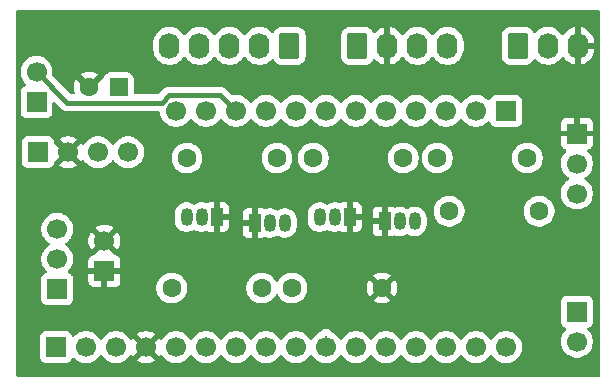
<source format=gbr>
%TF.GenerationSoftware,KiCad,Pcbnew,9.0.3-9.0.3-0~ubuntu24.04.1*%
%TF.CreationDate,2025-08-13T18:32:02-04:00*%
%TF.ProjectId,EngineControlModule_2025_08,456e6769-6e65-4436-9f6e-74726f6c4d6f,rev?*%
%TF.SameCoordinates,Original*%
%TF.FileFunction,Copper,L2,Bot*%
%TF.FilePolarity,Positive*%
%FSLAX46Y46*%
G04 Gerber Fmt 4.6, Leading zero omitted, Abs format (unit mm)*
G04 Created by KiCad (PCBNEW 9.0.3-9.0.3-0~ubuntu24.04.1) date 2025-08-13 18:32:02*
%MOMM*%
%LPD*%
G01*
G04 APERTURE LIST*
G04 Aperture macros list*
%AMRoundRect*
0 Rectangle with rounded corners*
0 $1 Rounding radius*
0 $2 $3 $4 $5 $6 $7 $8 $9 X,Y pos of 4 corners*
0 Add a 4 corners polygon primitive as box body*
4,1,4,$2,$3,$4,$5,$6,$7,$8,$9,$2,$3,0*
0 Add four circle primitives for the rounded corners*
1,1,$1+$1,$2,$3*
1,1,$1+$1,$4,$5*
1,1,$1+$1,$6,$7*
1,1,$1+$1,$8,$9*
0 Add four rect primitives between the rounded corners*
20,1,$1+$1,$2,$3,$4,$5,0*
20,1,$1+$1,$4,$5,$6,$7,0*
20,1,$1+$1,$6,$7,$8,$9,0*
20,1,$1+$1,$8,$9,$2,$3,0*%
G04 Aperture macros list end*
%TA.AperFunction,ComponentPad*%
%ADD10C,1.600000*%
%TD*%
%TA.AperFunction,ComponentPad*%
%ADD11R,1.700000X1.700000*%
%TD*%
%TA.AperFunction,ComponentPad*%
%ADD12C,1.700000*%
%TD*%
%TA.AperFunction,ComponentPad*%
%ADD13RoundRect,0.250000X0.550000X0.550000X-0.550000X0.550000X-0.550000X-0.550000X0.550000X-0.550000X0*%
%TD*%
%TA.AperFunction,ComponentPad*%
%ADD14RoundRect,0.250000X-0.620000X-0.845000X0.620000X-0.845000X0.620000X0.845000X-0.620000X0.845000X0*%
%TD*%
%TA.AperFunction,ComponentPad*%
%ADD15O,1.740000X2.190000*%
%TD*%
%TA.AperFunction,ComponentPad*%
%ADD16R,1.050000X1.500000*%
%TD*%
%TA.AperFunction,ComponentPad*%
%ADD17O,1.050000X1.500000*%
%TD*%
%TA.AperFunction,ComponentPad*%
%ADD18RoundRect,0.250000X0.620000X0.845000X-0.620000X0.845000X-0.620000X-0.845000X0.620000X-0.845000X0*%
%TD*%
%TA.AperFunction,Conductor*%
%ADD19C,0.400000*%
%TD*%
%TA.AperFunction,Conductor*%
%ADD20C,0.200000*%
%TD*%
G04 APERTURE END LIST*
D10*
%TO.P,R4,2*%
%TO.N,Net-(J2-Pin_10)*%
X121810000Y-90000000D03*
%TO.P,R4,1*%
%TO.N,+12P*%
X114190000Y-90000000D03*
%TD*%
D11*
%TO.P,J1,1,Pin_1*%
%TO.N,/5V*%
X102880000Y-78500000D03*
D12*
%TO.P,J1,2,Pin_2*%
%TO.N,GND*%
X105420000Y-78500000D03*
%TO.P,J1,3,Pin_3*%
%TO.N,+12P*%
X107960000Y-78500000D03*
%TO.P,J1,4,Pin_4*%
%TO.N,unconnected-(J1-Pin_4-Pad4)*%
X110500000Y-78500000D03*
%TD*%
D11*
%TO.P,J10,1,Pin_1*%
%TO.N,GND*%
X108500000Y-88540000D03*
D12*
%TO.P,J10,2,Pin_2*%
X108500000Y-86000000D03*
%TD*%
D11*
%TO.P,J4,1,Pin_1*%
%TO.N,/A0*%
X104500000Y-90080000D03*
D12*
%TO.P,J4,2,Pin_2*%
%TO.N,/A1*%
X104500000Y-87540000D03*
%TO.P,J4,3,Pin_3*%
%TO.N,/A2*%
X104500000Y-85000000D03*
%TD*%
%TO.P,J6,3,Pin_3*%
%TO.N,/PWM*%
X148500000Y-82000000D03*
%TO.P,J6,2,Pin_2*%
%TO.N,/DIR*%
X148500000Y-79460000D03*
D11*
%TO.P,J6,1,Pin_1*%
%TO.N,GND*%
X148500000Y-76920000D03*
%TD*%
%TO.P,J9,1,Pin_1*%
%TO.N,/5V*%
X102750000Y-74250000D03*
D12*
%TO.P,J9,2,Pin_2*%
%TO.N,/5Volts*%
X102750000Y-71710000D03*
%TD*%
D11*
%TO.P,J8,1,Pin_1*%
%TO.N,unconnected-(J8-Pin_1-Pad1)*%
X148500000Y-92000000D03*
D12*
%TO.P,J8,2,Pin_2*%
%TO.N,+12P*%
X148500000Y-94540000D03*
%TD*%
D11*
%TO.P,J2,1,Pin_1*%
%TO.N,unconnected-(J2-Pin_1-Pad1)*%
X104400000Y-95000000D03*
D12*
%TO.P,J2,2,Pin_2*%
%TO.N,+3.3V*%
X106940000Y-95000000D03*
%TO.P,J2,3,Pin_3*%
%TO.N,unconnected-(J2-Pin_3-Pad3)*%
X109480000Y-95000000D03*
%TO.P,J2,4,Pin_4*%
%TO.N,GND*%
X112020000Y-95000000D03*
%TO.P,J2,5,Pin_5*%
%TO.N,/A0*%
X114560000Y-95000000D03*
%TO.P,J2,6,Pin_6*%
%TO.N,/A1*%
X117100000Y-95000000D03*
%TO.P,J2,7,Pin_7*%
%TO.N,/A2*%
X119640000Y-95000000D03*
%TO.P,J2,8,Pin_8*%
%TO.N,/A3*%
X122180000Y-95000000D03*
%TO.P,J2,9,Pin_9*%
%TO.N,/A4*%
X124720000Y-95000000D03*
%TO.P,J2,10,Pin_10*%
%TO.N,Net-(J2-Pin_10)*%
X127260000Y-95000000D03*
%TO.P,J2,11,Pin_11*%
%TO.N,unconnected-(J2-Pin_11-Pad11)*%
X129800000Y-95000000D03*
%TO.P,J2,12,Pin_12*%
%TO.N,unconnected-(J2-Pin_12-Pad12)*%
X132340000Y-95000000D03*
%TO.P,J2,13,Pin_13*%
%TO.N,unconnected-(J2-Pin_13-Pad13)*%
X134880000Y-95000000D03*
%TO.P,J2,14,Pin_14*%
%TO.N,unconnected-(J2-Pin_14-Pad14)*%
X137420000Y-95000000D03*
%TO.P,J2,15,Pin_15*%
%TO.N,unconnected-(J2-Pin_15-Pad15)*%
X139960000Y-95000000D03*
%TO.P,J2,16,Pin_16*%
%TO.N,unconnected-(J2-Pin_16-Pad16)*%
X142500000Y-95000000D03*
%TD*%
D11*
%TO.P,J5,1,Pin_1*%
%TO.N,Net-(J5-Pin_1)*%
X142500000Y-75000000D03*
D12*
%TO.P,J5,2,Pin_2*%
%TO.N,Net-(J5-Pin_2)*%
X139960000Y-75000000D03*
%TO.P,J5,3,Pin_3*%
%TO.N,Net-(J5-Pin_3)*%
X137420000Y-75000000D03*
%TO.P,J5,4,Pin_4*%
%TO.N,Net-(J5-Pin_4)*%
X134880000Y-75000000D03*
%TO.P,J5,5,Pin_5*%
%TO.N,unconnected-(J5-Pin_5-Pad5)*%
X132340000Y-75000000D03*
%TO.P,J5,6,Pin_6*%
%TO.N,/PWM*%
X129800000Y-75000000D03*
%TO.P,J5,7,Pin_7*%
%TO.N,/DIR*%
X127260000Y-75000000D03*
%TO.P,J5,8,Pin_8*%
%TO.N,/RPS*%
X124720000Y-75000000D03*
%TO.P,J5,9,Pin_9*%
%TO.N,unconnected-(J5-Pin_9-Pad9)*%
X122180000Y-75000000D03*
%TO.P,J5,10,Pin_10*%
%TO.N,/5Volts*%
X119640000Y-75000000D03*
%TO.P,J5,11,Pin_11*%
%TO.N,unconnected-(J5-Pin_11-Pad11)*%
X117100000Y-75000000D03*
%TO.P,J5,12,Pin_12*%
%TO.N,unconnected-(J5-Pin_12-Pad12)*%
X114560000Y-75000000D03*
%TD*%
D10*
%TO.P,R6,1*%
%TO.N,Net-(J5-Pin_1)*%
X145310000Y-83500000D03*
%TO.P,R6,2*%
%TO.N,Net-(Q4-B)*%
X137690000Y-83500000D03*
%TD*%
%TO.P,R1,1*%
%TO.N,Net-(J5-Pin_4)*%
X123120000Y-79000000D03*
%TO.P,R1,2*%
%TO.N,Net-(Q1-B)*%
X115500000Y-79000000D03*
%TD*%
%TO.P,R2,1*%
%TO.N,Net-(J5-Pin_3)*%
X133810000Y-79000000D03*
%TO.P,R2,2*%
%TO.N,Net-(Q2-B)*%
X126190000Y-79000000D03*
%TD*%
D13*
%TO.P,C1,1*%
%TO.N,+12P*%
X109705113Y-73000000D03*
D10*
%TO.P,C1,2*%
%TO.N,GND*%
X107205113Y-73000000D03*
%TD*%
D14*
%TO.P,J3,1,Pin_1*%
%TO.N,/5Volts*%
X129920000Y-69500000D03*
D15*
%TO.P,J3,2,Pin_2*%
%TO.N,GND*%
X132460000Y-69500000D03*
%TO.P,J3,3,Pin_3*%
%TO.N,/A3*%
X135000000Y-69500000D03*
%TO.P,J3,4,Pin_4*%
%TO.N,/A4*%
X137540000Y-69500000D03*
%TD*%
D14*
%TO.P,J7,1,Pin_1*%
%TO.N,/RPS*%
X143500000Y-69500000D03*
D15*
%TO.P,J7,2,Pin_2*%
%TO.N,+3.3V*%
X146040000Y-69500000D03*
%TO.P,J7,3,Pin_3*%
%TO.N,GND*%
X148580000Y-69500000D03*
%TD*%
D16*
%TO.P,Q2,1,E*%
%TO.N,GND*%
X121230000Y-84500000D03*
D17*
%TO.P,Q2,2,B*%
%TO.N,Net-(Q2-B)*%
X122500000Y-84500000D03*
%TO.P,Q2,3,C*%
%TO.N,/Ditchleft*%
X123770000Y-84500000D03*
%TD*%
D18*
%TO.P,J11,1,Pin_1*%
%TO.N,/5Volts*%
X124160000Y-69500000D03*
D15*
%TO.P,J11,2,Pin_2*%
%TO.N,/DitchRight*%
X121620000Y-69500000D03*
%TO.P,J11,3,Pin_3*%
%TO.N,/Ditchleft*%
X119080000Y-69500000D03*
%TO.P,J11,4,Pin_4*%
%TO.N,/Rearlight*%
X116540000Y-69500000D03*
%TO.P,J11,5,Pin_5*%
%TO.N,/Headlight*%
X114000000Y-69500000D03*
%TD*%
D10*
%TO.P,R3,1*%
%TO.N,Net-(J2-Pin_10)*%
X124380000Y-90000000D03*
%TO.P,R3,2*%
%TO.N,GND*%
X132000000Y-90000000D03*
%TD*%
D16*
%TO.P,Q1,1,E*%
%TO.N,GND*%
X118000000Y-84000000D03*
D17*
%TO.P,Q1,2,B*%
%TO.N,Net-(Q1-B)*%
X116730000Y-84000000D03*
%TO.P,Q1,3,C*%
%TO.N,/DitchRight*%
X115460000Y-84000000D03*
%TD*%
D10*
%TO.P,R5,1*%
%TO.N,Net-(J5-Pin_2)*%
X144310000Y-79000000D03*
%TO.P,R5,2*%
%TO.N,Net-(Q3-B)*%
X136690000Y-79000000D03*
%TD*%
D16*
%TO.P,Q3,1,E*%
%TO.N,GND*%
X129270000Y-84000000D03*
D17*
%TO.P,Q3,2,B*%
%TO.N,Net-(Q3-B)*%
X128000000Y-84000000D03*
%TO.P,Q3,3,C*%
%TO.N,/Rearlight*%
X126730000Y-84000000D03*
%TD*%
D16*
%TO.P,Q4,1,E*%
%TO.N,GND*%
X132230000Y-84360000D03*
D17*
%TO.P,Q4,2,B*%
%TO.N,Net-(Q4-B)*%
X133500000Y-84360000D03*
%TO.P,Q4,3,C*%
%TO.N,/Headlight*%
X134770000Y-84360000D03*
%TD*%
D19*
%TO.N,/5Volts*%
X102750000Y-71710000D02*
X105341000Y-74301000D01*
X105341000Y-74301000D02*
X113348397Y-74301000D01*
X113348397Y-74301000D02*
X114000397Y-73649000D01*
X114000397Y-73649000D02*
X118289000Y-73649000D01*
X118289000Y-73649000D02*
X119640000Y-75000000D01*
D20*
%TO.N,Net-(J2-Pin_10)*%
X127260000Y-94070000D02*
X127260000Y-95000000D01*
%TD*%
%TA.AperFunction,Conductor*%
%TO.N,GND*%
G36*
X150442539Y-66520185D02*
G01*
X150488294Y-66572989D01*
X150499500Y-66624500D01*
X150499500Y-97375500D01*
X150479815Y-97442539D01*
X150427011Y-97488294D01*
X150375500Y-97499500D01*
X101124500Y-97499500D01*
X101057461Y-97479815D01*
X101011706Y-97427011D01*
X101000500Y-97375500D01*
X101000500Y-94102135D01*
X103049500Y-94102135D01*
X103049500Y-95897870D01*
X103049501Y-95897876D01*
X103055908Y-95957483D01*
X103106202Y-96092328D01*
X103106206Y-96092335D01*
X103192452Y-96207544D01*
X103192455Y-96207547D01*
X103307664Y-96293793D01*
X103307671Y-96293797D01*
X103442517Y-96344091D01*
X103442516Y-96344091D01*
X103449444Y-96344835D01*
X103502127Y-96350500D01*
X105297872Y-96350499D01*
X105357483Y-96344091D01*
X105492331Y-96293796D01*
X105607546Y-96207546D01*
X105693796Y-96092331D01*
X105742810Y-95960916D01*
X105784681Y-95904984D01*
X105850145Y-95880566D01*
X105918418Y-95895417D01*
X105946673Y-95916569D01*
X106060213Y-96030109D01*
X106232179Y-96155048D01*
X106232181Y-96155049D01*
X106232184Y-96155051D01*
X106421588Y-96251557D01*
X106623757Y-96317246D01*
X106833713Y-96350500D01*
X106833714Y-96350500D01*
X107046286Y-96350500D01*
X107046287Y-96350500D01*
X107256243Y-96317246D01*
X107458412Y-96251557D01*
X107647816Y-96155051D01*
X107734138Y-96092335D01*
X107819786Y-96030109D01*
X107819788Y-96030106D01*
X107819792Y-96030104D01*
X107970104Y-95879792D01*
X107970106Y-95879788D01*
X107970109Y-95879786D01*
X108095048Y-95707820D01*
X108095047Y-95707820D01*
X108095051Y-95707816D01*
X108099514Y-95699054D01*
X108147488Y-95648259D01*
X108215308Y-95631463D01*
X108281444Y-95653999D01*
X108320486Y-95699056D01*
X108324951Y-95707820D01*
X108449890Y-95879786D01*
X108600213Y-96030109D01*
X108772179Y-96155048D01*
X108772181Y-96155049D01*
X108772184Y-96155051D01*
X108961588Y-96251557D01*
X109163757Y-96317246D01*
X109373713Y-96350500D01*
X109373714Y-96350500D01*
X109586286Y-96350500D01*
X109586287Y-96350500D01*
X109796243Y-96317246D01*
X109998412Y-96251557D01*
X110187816Y-96155051D01*
X110274138Y-96092335D01*
X110359786Y-96030109D01*
X110359788Y-96030106D01*
X110359792Y-96030104D01*
X110510104Y-95879792D01*
X110510106Y-95879788D01*
X110510109Y-95879786D01*
X110595890Y-95761717D01*
X110635051Y-95707816D01*
X110639793Y-95698508D01*
X110687763Y-95647711D01*
X110755583Y-95630911D01*
X110821719Y-95653445D01*
X110860763Y-95698500D01*
X110865373Y-95707547D01*
X110904728Y-95761716D01*
X111537037Y-95129408D01*
X111554075Y-95192993D01*
X111619901Y-95307007D01*
X111712993Y-95400099D01*
X111827007Y-95465925D01*
X111890590Y-95482962D01*
X111258282Y-96115269D01*
X111258282Y-96115270D01*
X111312449Y-96154624D01*
X111501782Y-96251095D01*
X111703870Y-96316757D01*
X111913754Y-96350000D01*
X112126246Y-96350000D01*
X112336127Y-96316757D01*
X112336130Y-96316757D01*
X112538217Y-96251095D01*
X112727554Y-96154622D01*
X112781716Y-96115270D01*
X112781717Y-96115270D01*
X112149408Y-95482962D01*
X112212993Y-95465925D01*
X112327007Y-95400099D01*
X112420099Y-95307007D01*
X112485925Y-95192993D01*
X112502962Y-95129409D01*
X113135270Y-95761717D01*
X113135270Y-95761716D01*
X113174622Y-95707555D01*
X113179232Y-95698507D01*
X113227205Y-95647709D01*
X113295025Y-95630912D01*
X113361161Y-95653447D01*
X113400204Y-95698504D01*
X113404949Y-95707817D01*
X113529890Y-95879786D01*
X113680213Y-96030109D01*
X113852179Y-96155048D01*
X113852181Y-96155049D01*
X113852184Y-96155051D01*
X114041588Y-96251557D01*
X114243757Y-96317246D01*
X114453713Y-96350500D01*
X114453714Y-96350500D01*
X114666286Y-96350500D01*
X114666287Y-96350500D01*
X114876243Y-96317246D01*
X115078412Y-96251557D01*
X115267816Y-96155051D01*
X115354138Y-96092335D01*
X115439786Y-96030109D01*
X115439788Y-96030106D01*
X115439792Y-96030104D01*
X115590104Y-95879792D01*
X115590106Y-95879788D01*
X115590109Y-95879786D01*
X115715048Y-95707820D01*
X115715047Y-95707820D01*
X115715051Y-95707816D01*
X115719514Y-95699054D01*
X115767488Y-95648259D01*
X115835308Y-95631463D01*
X115901444Y-95653999D01*
X115940486Y-95699056D01*
X115944951Y-95707820D01*
X116069890Y-95879786D01*
X116220213Y-96030109D01*
X116392179Y-96155048D01*
X116392181Y-96155049D01*
X116392184Y-96155051D01*
X116581588Y-96251557D01*
X116783757Y-96317246D01*
X116993713Y-96350500D01*
X116993714Y-96350500D01*
X117206286Y-96350500D01*
X117206287Y-96350500D01*
X117416243Y-96317246D01*
X117618412Y-96251557D01*
X117807816Y-96155051D01*
X117894138Y-96092335D01*
X117979786Y-96030109D01*
X117979788Y-96030106D01*
X117979792Y-96030104D01*
X118130104Y-95879792D01*
X118130106Y-95879788D01*
X118130109Y-95879786D01*
X118255048Y-95707820D01*
X118255047Y-95707820D01*
X118255051Y-95707816D01*
X118259514Y-95699054D01*
X118307488Y-95648259D01*
X118375308Y-95631463D01*
X118441444Y-95653999D01*
X118480486Y-95699056D01*
X118484951Y-95707820D01*
X118609890Y-95879786D01*
X118760213Y-96030109D01*
X118932179Y-96155048D01*
X118932181Y-96155049D01*
X118932184Y-96155051D01*
X119121588Y-96251557D01*
X119323757Y-96317246D01*
X119533713Y-96350500D01*
X119533714Y-96350500D01*
X119746286Y-96350500D01*
X119746287Y-96350500D01*
X119956243Y-96317246D01*
X120158412Y-96251557D01*
X120347816Y-96155051D01*
X120434138Y-96092335D01*
X120519786Y-96030109D01*
X120519788Y-96030106D01*
X120519792Y-96030104D01*
X120670104Y-95879792D01*
X120670106Y-95879788D01*
X120670109Y-95879786D01*
X120795048Y-95707820D01*
X120795047Y-95707820D01*
X120795051Y-95707816D01*
X120799514Y-95699054D01*
X120847488Y-95648259D01*
X120915308Y-95631463D01*
X120981444Y-95653999D01*
X121020486Y-95699056D01*
X121024951Y-95707820D01*
X121149890Y-95879786D01*
X121300213Y-96030109D01*
X121472179Y-96155048D01*
X121472181Y-96155049D01*
X121472184Y-96155051D01*
X121661588Y-96251557D01*
X121863757Y-96317246D01*
X122073713Y-96350500D01*
X122073714Y-96350500D01*
X122286286Y-96350500D01*
X122286287Y-96350500D01*
X122496243Y-96317246D01*
X122698412Y-96251557D01*
X122887816Y-96155051D01*
X122974138Y-96092335D01*
X123059786Y-96030109D01*
X123059788Y-96030106D01*
X123059792Y-96030104D01*
X123210104Y-95879792D01*
X123210106Y-95879788D01*
X123210109Y-95879786D01*
X123335048Y-95707820D01*
X123335047Y-95707820D01*
X123335051Y-95707816D01*
X123339514Y-95699054D01*
X123387488Y-95648259D01*
X123455308Y-95631463D01*
X123521444Y-95653999D01*
X123560486Y-95699056D01*
X123564951Y-95707820D01*
X123689890Y-95879786D01*
X123840213Y-96030109D01*
X124012179Y-96155048D01*
X124012181Y-96155049D01*
X124012184Y-96155051D01*
X124201588Y-96251557D01*
X124403757Y-96317246D01*
X124613713Y-96350500D01*
X124613714Y-96350500D01*
X124826286Y-96350500D01*
X124826287Y-96350500D01*
X125036243Y-96317246D01*
X125238412Y-96251557D01*
X125427816Y-96155051D01*
X125514138Y-96092335D01*
X125599786Y-96030109D01*
X125599788Y-96030106D01*
X125599792Y-96030104D01*
X125750104Y-95879792D01*
X125750106Y-95879788D01*
X125750109Y-95879786D01*
X125875048Y-95707820D01*
X125875047Y-95707820D01*
X125875051Y-95707816D01*
X125879514Y-95699054D01*
X125927488Y-95648259D01*
X125995308Y-95631463D01*
X126061444Y-95653999D01*
X126100486Y-95699056D01*
X126104951Y-95707820D01*
X126229890Y-95879786D01*
X126380213Y-96030109D01*
X126552179Y-96155048D01*
X126552181Y-96155049D01*
X126552184Y-96155051D01*
X126741588Y-96251557D01*
X126943757Y-96317246D01*
X127153713Y-96350500D01*
X127153714Y-96350500D01*
X127366286Y-96350500D01*
X127366287Y-96350500D01*
X127576243Y-96317246D01*
X127778412Y-96251557D01*
X127967816Y-96155051D01*
X128054138Y-96092335D01*
X128139786Y-96030109D01*
X128139788Y-96030106D01*
X128139792Y-96030104D01*
X128290104Y-95879792D01*
X128290106Y-95879788D01*
X128290109Y-95879786D01*
X128415048Y-95707820D01*
X128415047Y-95707820D01*
X128415051Y-95707816D01*
X128419514Y-95699054D01*
X128467488Y-95648259D01*
X128535308Y-95631463D01*
X128601444Y-95653999D01*
X128640486Y-95699056D01*
X128644951Y-95707820D01*
X128769890Y-95879786D01*
X128920213Y-96030109D01*
X129092179Y-96155048D01*
X129092181Y-96155049D01*
X129092184Y-96155051D01*
X129281588Y-96251557D01*
X129483757Y-96317246D01*
X129693713Y-96350500D01*
X129693714Y-96350500D01*
X129906286Y-96350500D01*
X129906287Y-96350500D01*
X130116243Y-96317246D01*
X130318412Y-96251557D01*
X130507816Y-96155051D01*
X130594138Y-96092335D01*
X130679786Y-96030109D01*
X130679788Y-96030106D01*
X130679792Y-96030104D01*
X130830104Y-95879792D01*
X130830106Y-95879788D01*
X130830109Y-95879786D01*
X130955048Y-95707820D01*
X130955047Y-95707820D01*
X130955051Y-95707816D01*
X130959514Y-95699054D01*
X131007488Y-95648259D01*
X131075308Y-95631463D01*
X131141444Y-95653999D01*
X131180486Y-95699056D01*
X131184951Y-95707820D01*
X131309890Y-95879786D01*
X131460213Y-96030109D01*
X131632179Y-96155048D01*
X131632181Y-96155049D01*
X131632184Y-96155051D01*
X131821588Y-96251557D01*
X132023757Y-96317246D01*
X132233713Y-96350500D01*
X132233714Y-96350500D01*
X132446286Y-96350500D01*
X132446287Y-96350500D01*
X132656243Y-96317246D01*
X132858412Y-96251557D01*
X133047816Y-96155051D01*
X133134138Y-96092335D01*
X133219786Y-96030109D01*
X133219788Y-96030106D01*
X133219792Y-96030104D01*
X133370104Y-95879792D01*
X133370106Y-95879788D01*
X133370109Y-95879786D01*
X133495048Y-95707820D01*
X133495047Y-95707820D01*
X133495051Y-95707816D01*
X133499514Y-95699054D01*
X133547488Y-95648259D01*
X133615308Y-95631463D01*
X133681444Y-95653999D01*
X133720486Y-95699056D01*
X133724951Y-95707820D01*
X133849890Y-95879786D01*
X134000213Y-96030109D01*
X134172179Y-96155048D01*
X134172181Y-96155049D01*
X134172184Y-96155051D01*
X134361588Y-96251557D01*
X134563757Y-96317246D01*
X134773713Y-96350500D01*
X134773714Y-96350500D01*
X134986286Y-96350500D01*
X134986287Y-96350500D01*
X135196243Y-96317246D01*
X135398412Y-96251557D01*
X135587816Y-96155051D01*
X135674138Y-96092335D01*
X135759786Y-96030109D01*
X135759788Y-96030106D01*
X135759792Y-96030104D01*
X135910104Y-95879792D01*
X135910106Y-95879788D01*
X135910109Y-95879786D01*
X136035048Y-95707820D01*
X136035047Y-95707820D01*
X136035051Y-95707816D01*
X136039514Y-95699054D01*
X136087488Y-95648259D01*
X136155308Y-95631463D01*
X136221444Y-95653999D01*
X136260486Y-95699056D01*
X136264951Y-95707820D01*
X136389890Y-95879786D01*
X136540213Y-96030109D01*
X136712179Y-96155048D01*
X136712181Y-96155049D01*
X136712184Y-96155051D01*
X136901588Y-96251557D01*
X137103757Y-96317246D01*
X137313713Y-96350500D01*
X137313714Y-96350500D01*
X137526286Y-96350500D01*
X137526287Y-96350500D01*
X137736243Y-96317246D01*
X137938412Y-96251557D01*
X138127816Y-96155051D01*
X138214138Y-96092335D01*
X138299786Y-96030109D01*
X138299788Y-96030106D01*
X138299792Y-96030104D01*
X138450104Y-95879792D01*
X138450106Y-95879788D01*
X138450109Y-95879786D01*
X138575048Y-95707820D01*
X138575047Y-95707820D01*
X138575051Y-95707816D01*
X138579514Y-95699054D01*
X138627488Y-95648259D01*
X138695308Y-95631463D01*
X138761444Y-95653999D01*
X138800486Y-95699056D01*
X138804951Y-95707820D01*
X138929890Y-95879786D01*
X139080213Y-96030109D01*
X139252179Y-96155048D01*
X139252181Y-96155049D01*
X139252184Y-96155051D01*
X139441588Y-96251557D01*
X139643757Y-96317246D01*
X139853713Y-96350500D01*
X139853714Y-96350500D01*
X140066286Y-96350500D01*
X140066287Y-96350500D01*
X140276243Y-96317246D01*
X140478412Y-96251557D01*
X140667816Y-96155051D01*
X140754138Y-96092335D01*
X140839786Y-96030109D01*
X140839788Y-96030106D01*
X140839792Y-96030104D01*
X140990104Y-95879792D01*
X140990106Y-95879788D01*
X140990109Y-95879786D01*
X141115048Y-95707820D01*
X141115047Y-95707820D01*
X141115051Y-95707816D01*
X141119514Y-95699054D01*
X141167488Y-95648259D01*
X141235308Y-95631463D01*
X141301444Y-95653999D01*
X141340486Y-95699056D01*
X141344951Y-95707820D01*
X141469890Y-95879786D01*
X141620213Y-96030109D01*
X141792179Y-96155048D01*
X141792181Y-96155049D01*
X141792184Y-96155051D01*
X141981588Y-96251557D01*
X142183757Y-96317246D01*
X142393713Y-96350500D01*
X142393714Y-96350500D01*
X142606286Y-96350500D01*
X142606287Y-96350500D01*
X142816243Y-96317246D01*
X143018412Y-96251557D01*
X143207816Y-96155051D01*
X143294138Y-96092335D01*
X143379786Y-96030109D01*
X143379788Y-96030106D01*
X143379792Y-96030104D01*
X143530104Y-95879792D01*
X143530106Y-95879788D01*
X143530109Y-95879786D01*
X143655048Y-95707820D01*
X143655047Y-95707820D01*
X143655051Y-95707816D01*
X143751557Y-95518412D01*
X143817246Y-95316243D01*
X143850500Y-95106287D01*
X143850500Y-94893713D01*
X143817246Y-94683757D01*
X143751557Y-94481588D01*
X143655051Y-94292184D01*
X143655049Y-94292181D01*
X143655048Y-94292179D01*
X143530109Y-94120213D01*
X143379786Y-93969890D01*
X143207820Y-93844951D01*
X143018414Y-93748444D01*
X143018413Y-93748443D01*
X143018412Y-93748443D01*
X142816243Y-93682754D01*
X142816241Y-93682753D01*
X142816240Y-93682753D01*
X142654957Y-93657208D01*
X142606287Y-93649500D01*
X142393713Y-93649500D01*
X142345042Y-93657208D01*
X142183760Y-93682753D01*
X141981585Y-93748444D01*
X141792179Y-93844951D01*
X141620213Y-93969890D01*
X141469890Y-94120213D01*
X141344949Y-94292182D01*
X141340484Y-94300946D01*
X141292509Y-94351742D01*
X141224688Y-94368536D01*
X141158553Y-94345998D01*
X141119516Y-94300946D01*
X141115050Y-94292182D01*
X140990109Y-94120213D01*
X140839786Y-93969890D01*
X140667820Y-93844951D01*
X140478414Y-93748444D01*
X140478413Y-93748443D01*
X140478412Y-93748443D01*
X140276243Y-93682754D01*
X140276241Y-93682753D01*
X140276240Y-93682753D01*
X140114957Y-93657208D01*
X140066287Y-93649500D01*
X139853713Y-93649500D01*
X139805042Y-93657208D01*
X139643760Y-93682753D01*
X139441585Y-93748444D01*
X139252179Y-93844951D01*
X139080213Y-93969890D01*
X138929890Y-94120213D01*
X138804949Y-94292182D01*
X138800484Y-94300946D01*
X138752509Y-94351742D01*
X138684688Y-94368536D01*
X138618553Y-94345998D01*
X138579516Y-94300946D01*
X138575050Y-94292182D01*
X138450109Y-94120213D01*
X138299786Y-93969890D01*
X138127820Y-93844951D01*
X137938414Y-93748444D01*
X137938413Y-93748443D01*
X137938412Y-93748443D01*
X137736243Y-93682754D01*
X137736241Y-93682753D01*
X137736240Y-93682753D01*
X137574957Y-93657208D01*
X137526287Y-93649500D01*
X137313713Y-93649500D01*
X137265042Y-93657208D01*
X137103760Y-93682753D01*
X136901585Y-93748444D01*
X136712179Y-93844951D01*
X136540213Y-93969890D01*
X136389890Y-94120213D01*
X136264949Y-94292182D01*
X136260484Y-94300946D01*
X136212509Y-94351742D01*
X136144688Y-94368536D01*
X136078553Y-94345998D01*
X136039516Y-94300946D01*
X136035050Y-94292182D01*
X135910109Y-94120213D01*
X135759786Y-93969890D01*
X135587820Y-93844951D01*
X135398414Y-93748444D01*
X135398413Y-93748443D01*
X135398412Y-93748443D01*
X135196243Y-93682754D01*
X135196241Y-93682753D01*
X135196240Y-93682753D01*
X135034957Y-93657208D01*
X134986287Y-93649500D01*
X134773713Y-93649500D01*
X134725042Y-93657208D01*
X134563760Y-93682753D01*
X134361585Y-93748444D01*
X134172179Y-93844951D01*
X134000213Y-93969890D01*
X133849890Y-94120213D01*
X133724949Y-94292182D01*
X133720484Y-94300946D01*
X133672509Y-94351742D01*
X133604688Y-94368536D01*
X133538553Y-94345998D01*
X133499516Y-94300946D01*
X133495050Y-94292182D01*
X133370109Y-94120213D01*
X133219786Y-93969890D01*
X133047820Y-93844951D01*
X132858414Y-93748444D01*
X132858413Y-93748443D01*
X132858412Y-93748443D01*
X132656243Y-93682754D01*
X132656241Y-93682753D01*
X132656240Y-93682753D01*
X132494957Y-93657208D01*
X132446287Y-93649500D01*
X132233713Y-93649500D01*
X132185042Y-93657208D01*
X132023760Y-93682753D01*
X131821585Y-93748444D01*
X131632179Y-93844951D01*
X131460213Y-93969890D01*
X131309890Y-94120213D01*
X131184949Y-94292182D01*
X131180484Y-94300946D01*
X131132509Y-94351742D01*
X131064688Y-94368536D01*
X130998553Y-94345998D01*
X130959516Y-94300946D01*
X130955050Y-94292182D01*
X130830109Y-94120213D01*
X130679786Y-93969890D01*
X130507820Y-93844951D01*
X130318414Y-93748444D01*
X130318413Y-93748443D01*
X130318412Y-93748443D01*
X130116243Y-93682754D01*
X130116241Y-93682753D01*
X130116240Y-93682753D01*
X129954957Y-93657208D01*
X129906287Y-93649500D01*
X129693713Y-93649500D01*
X129645042Y-93657208D01*
X129483760Y-93682753D01*
X129281585Y-93748444D01*
X129092179Y-93844951D01*
X128920213Y-93969890D01*
X128769890Y-94120213D01*
X128644949Y-94292182D01*
X128640484Y-94300946D01*
X128592509Y-94351742D01*
X128524688Y-94368536D01*
X128458553Y-94345998D01*
X128419516Y-94300946D01*
X128415050Y-94292182D01*
X128290109Y-94120213D01*
X128139786Y-93969890D01*
X127967819Y-93844951D01*
X127967818Y-93844950D01*
X127967816Y-93844949D01*
X127862168Y-93791119D01*
X127796029Y-93757419D01*
X127745233Y-93709444D01*
X127744936Y-93708933D01*
X127740520Y-93701284D01*
X127628716Y-93589480D01*
X127628713Y-93589478D01*
X127628709Y-93589475D01*
X127491790Y-93510426D01*
X127491786Y-93510424D01*
X127491784Y-93510423D01*
X127339057Y-93469500D01*
X127180943Y-93469500D01*
X127028216Y-93510423D01*
X127028209Y-93510426D01*
X126891290Y-93589475D01*
X126891286Y-93589478D01*
X126779478Y-93701285D01*
X126775058Y-93708941D01*
X126724488Y-93757153D01*
X126723970Y-93757419D01*
X126552180Y-93844951D01*
X126380213Y-93969890D01*
X126229890Y-94120213D01*
X126104949Y-94292182D01*
X126100484Y-94300946D01*
X126052509Y-94351742D01*
X125984688Y-94368536D01*
X125918553Y-94345998D01*
X125879516Y-94300946D01*
X125875050Y-94292182D01*
X125750109Y-94120213D01*
X125599786Y-93969890D01*
X125427820Y-93844951D01*
X125238414Y-93748444D01*
X125238413Y-93748443D01*
X125238412Y-93748443D01*
X125036243Y-93682754D01*
X125036241Y-93682753D01*
X125036240Y-93682753D01*
X124874957Y-93657208D01*
X124826287Y-93649500D01*
X124613713Y-93649500D01*
X124565042Y-93657208D01*
X124403760Y-93682753D01*
X124201585Y-93748444D01*
X124012179Y-93844951D01*
X123840213Y-93969890D01*
X123689890Y-94120213D01*
X123564949Y-94292182D01*
X123560484Y-94300946D01*
X123512509Y-94351742D01*
X123444688Y-94368536D01*
X123378553Y-94345998D01*
X123339516Y-94300946D01*
X123335050Y-94292182D01*
X123210109Y-94120213D01*
X123059786Y-93969890D01*
X122887820Y-93844951D01*
X122698414Y-93748444D01*
X122698413Y-93748443D01*
X122698412Y-93748443D01*
X122496243Y-93682754D01*
X122496241Y-93682753D01*
X122496240Y-93682753D01*
X122334957Y-93657208D01*
X122286287Y-93649500D01*
X122073713Y-93649500D01*
X122025042Y-93657208D01*
X121863760Y-93682753D01*
X121661585Y-93748444D01*
X121472179Y-93844951D01*
X121300213Y-93969890D01*
X121149890Y-94120213D01*
X121024949Y-94292182D01*
X121020484Y-94300946D01*
X120972509Y-94351742D01*
X120904688Y-94368536D01*
X120838553Y-94345998D01*
X120799516Y-94300946D01*
X120795050Y-94292182D01*
X120670109Y-94120213D01*
X120519786Y-93969890D01*
X120347820Y-93844951D01*
X120158414Y-93748444D01*
X120158413Y-93748443D01*
X120158412Y-93748443D01*
X119956243Y-93682754D01*
X119956241Y-93682753D01*
X119956240Y-93682753D01*
X119794957Y-93657208D01*
X119746287Y-93649500D01*
X119533713Y-93649500D01*
X119485042Y-93657208D01*
X119323760Y-93682753D01*
X119121585Y-93748444D01*
X118932179Y-93844951D01*
X118760213Y-93969890D01*
X118609890Y-94120213D01*
X118484949Y-94292182D01*
X118480484Y-94300946D01*
X118432509Y-94351742D01*
X118364688Y-94368536D01*
X118298553Y-94345998D01*
X118259516Y-94300946D01*
X118255050Y-94292182D01*
X118130109Y-94120213D01*
X117979786Y-93969890D01*
X117807820Y-93844951D01*
X117618414Y-93748444D01*
X117618413Y-93748443D01*
X117618412Y-93748443D01*
X117416243Y-93682754D01*
X117416241Y-93682753D01*
X117416240Y-93682753D01*
X117254957Y-93657208D01*
X117206287Y-93649500D01*
X116993713Y-93649500D01*
X116945042Y-93657208D01*
X116783760Y-93682753D01*
X116581585Y-93748444D01*
X116392179Y-93844951D01*
X116220213Y-93969890D01*
X116069890Y-94120213D01*
X115944949Y-94292182D01*
X115940484Y-94300946D01*
X115892509Y-94351742D01*
X115824688Y-94368536D01*
X115758553Y-94345998D01*
X115719516Y-94300946D01*
X115715050Y-94292182D01*
X115590109Y-94120213D01*
X115439786Y-93969890D01*
X115267820Y-93844951D01*
X115078414Y-93748444D01*
X115078413Y-93748443D01*
X115078412Y-93748443D01*
X114876243Y-93682754D01*
X114876241Y-93682753D01*
X114876240Y-93682753D01*
X114714957Y-93657208D01*
X114666287Y-93649500D01*
X114453713Y-93649500D01*
X114405042Y-93657208D01*
X114243760Y-93682753D01*
X114041585Y-93748444D01*
X113852179Y-93844951D01*
X113680213Y-93969890D01*
X113529890Y-94120213D01*
X113404949Y-94292182D01*
X113400202Y-94301499D01*
X113352227Y-94352293D01*
X113284405Y-94369087D01*
X113218271Y-94346548D01*
X113179234Y-94301495D01*
X113174626Y-94292452D01*
X113135270Y-94238282D01*
X113135269Y-94238282D01*
X112502962Y-94870590D01*
X112485925Y-94807007D01*
X112420099Y-94692993D01*
X112327007Y-94599901D01*
X112212993Y-94534075D01*
X112149409Y-94517037D01*
X112781716Y-93884728D01*
X112727550Y-93845375D01*
X112538217Y-93748904D01*
X112336129Y-93683242D01*
X112126246Y-93650000D01*
X111913754Y-93650000D01*
X111703872Y-93683242D01*
X111703869Y-93683242D01*
X111501782Y-93748904D01*
X111312439Y-93845380D01*
X111258282Y-93884727D01*
X111258282Y-93884728D01*
X111890591Y-94517037D01*
X111827007Y-94534075D01*
X111712993Y-94599901D01*
X111619901Y-94692993D01*
X111554075Y-94807007D01*
X111537037Y-94870591D01*
X110904728Y-94238282D01*
X110904727Y-94238282D01*
X110865380Y-94292440D01*
X110865376Y-94292446D01*
X110860760Y-94301505D01*
X110812781Y-94352297D01*
X110744959Y-94369087D01*
X110678826Y-94346543D01*
X110639794Y-94301493D01*
X110635051Y-94292184D01*
X110635049Y-94292181D01*
X110635048Y-94292179D01*
X110510109Y-94120213D01*
X110359786Y-93969890D01*
X110187820Y-93844951D01*
X109998414Y-93748444D01*
X109998413Y-93748443D01*
X109998412Y-93748443D01*
X109796243Y-93682754D01*
X109796241Y-93682753D01*
X109796240Y-93682753D01*
X109634957Y-93657208D01*
X109586287Y-93649500D01*
X109373713Y-93649500D01*
X109325042Y-93657208D01*
X109163760Y-93682753D01*
X108961585Y-93748444D01*
X108772179Y-93844951D01*
X108600213Y-93969890D01*
X108449890Y-94120213D01*
X108324949Y-94292182D01*
X108320484Y-94300946D01*
X108272509Y-94351742D01*
X108204688Y-94368536D01*
X108138553Y-94345998D01*
X108099516Y-94300946D01*
X108095050Y-94292182D01*
X107970109Y-94120213D01*
X107819786Y-93969890D01*
X107647820Y-93844951D01*
X107458414Y-93748444D01*
X107458413Y-93748443D01*
X107458412Y-93748443D01*
X107256243Y-93682754D01*
X107256241Y-93682753D01*
X107256240Y-93682753D01*
X107094957Y-93657208D01*
X107046287Y-93649500D01*
X106833713Y-93649500D01*
X106785042Y-93657208D01*
X106623760Y-93682753D01*
X106421585Y-93748444D01*
X106232179Y-93844951D01*
X106060215Y-93969889D01*
X105946673Y-94083431D01*
X105885350Y-94116915D01*
X105815658Y-94111931D01*
X105759725Y-94070059D01*
X105742810Y-94039082D01*
X105693797Y-93907671D01*
X105693793Y-93907664D01*
X105607547Y-93792455D01*
X105607544Y-93792452D01*
X105492335Y-93706206D01*
X105492328Y-93706202D01*
X105357482Y-93655908D01*
X105357483Y-93655908D01*
X105297883Y-93649501D01*
X105297881Y-93649500D01*
X105297873Y-93649500D01*
X105297864Y-93649500D01*
X103502129Y-93649500D01*
X103502123Y-93649501D01*
X103442516Y-93655908D01*
X103307671Y-93706202D01*
X103307664Y-93706206D01*
X103192455Y-93792452D01*
X103192452Y-93792455D01*
X103106206Y-93907664D01*
X103106202Y-93907671D01*
X103055908Y-94042517D01*
X103049501Y-94102116D01*
X103049500Y-94102135D01*
X101000500Y-94102135D01*
X101000500Y-84893713D01*
X103149500Y-84893713D01*
X103149500Y-85106287D01*
X103153856Y-85133787D01*
X103178983Y-85292439D01*
X103182754Y-85316243D01*
X103240441Y-85493786D01*
X103248444Y-85518414D01*
X103344951Y-85707820D01*
X103469890Y-85879786D01*
X103620213Y-86030109D01*
X103792182Y-86155050D01*
X103800946Y-86159516D01*
X103851742Y-86207491D01*
X103868536Y-86275312D01*
X103845998Y-86341447D01*
X103800946Y-86380484D01*
X103792182Y-86384949D01*
X103620213Y-86509890D01*
X103469890Y-86660213D01*
X103344951Y-86832179D01*
X103248444Y-87021585D01*
X103182753Y-87223760D01*
X103149500Y-87433713D01*
X103149500Y-87646286D01*
X103182753Y-87856239D01*
X103248444Y-88058414D01*
X103344951Y-88247820D01*
X103469890Y-88419786D01*
X103583430Y-88533326D01*
X103616915Y-88594649D01*
X103611931Y-88664341D01*
X103570059Y-88720274D01*
X103539083Y-88737189D01*
X103407669Y-88786203D01*
X103407664Y-88786206D01*
X103292455Y-88872452D01*
X103292452Y-88872455D01*
X103206206Y-88987664D01*
X103206202Y-88987671D01*
X103155908Y-89122517D01*
X103149501Y-89182116D01*
X103149501Y-89182123D01*
X103149500Y-89182135D01*
X103149500Y-90977870D01*
X103149501Y-90977876D01*
X103155908Y-91037483D01*
X103206202Y-91172328D01*
X103206206Y-91172335D01*
X103292452Y-91287544D01*
X103292455Y-91287547D01*
X103407664Y-91373793D01*
X103407671Y-91373797D01*
X103542517Y-91424091D01*
X103542516Y-91424091D01*
X103549444Y-91424835D01*
X103602127Y-91430500D01*
X105397872Y-91430499D01*
X105457483Y-91424091D01*
X105592331Y-91373796D01*
X105707546Y-91287546D01*
X105793796Y-91172331D01*
X105844091Y-91037483D01*
X105850500Y-90977873D01*
X105850499Y-89897648D01*
X112889500Y-89897648D01*
X112889500Y-90102351D01*
X112921522Y-90304534D01*
X112984781Y-90499223D01*
X113048691Y-90624653D01*
X113077585Y-90681359D01*
X113077715Y-90681613D01*
X113198028Y-90847213D01*
X113342786Y-90991971D01*
X113463225Y-91079473D01*
X113508390Y-91112287D01*
X113624607Y-91171503D01*
X113690776Y-91205218D01*
X113690778Y-91205218D01*
X113690781Y-91205220D01*
X113795137Y-91239127D01*
X113885465Y-91268477D01*
X113986557Y-91284488D01*
X114087648Y-91300500D01*
X114087649Y-91300500D01*
X114292351Y-91300500D01*
X114292352Y-91300500D01*
X114494534Y-91268477D01*
X114689219Y-91205220D01*
X114871610Y-91112287D01*
X114974571Y-91037482D01*
X115037213Y-90991971D01*
X115037215Y-90991968D01*
X115037219Y-90991966D01*
X115181966Y-90847219D01*
X115181968Y-90847215D01*
X115181971Y-90847213D01*
X115234732Y-90774590D01*
X115302287Y-90681610D01*
X115395220Y-90499219D01*
X115458477Y-90304534D01*
X115490500Y-90102352D01*
X115490500Y-89897648D01*
X120509500Y-89897648D01*
X120509500Y-90102351D01*
X120541522Y-90304534D01*
X120604781Y-90499223D01*
X120668691Y-90624653D01*
X120697585Y-90681359D01*
X120697715Y-90681613D01*
X120818028Y-90847213D01*
X120962786Y-90991971D01*
X121083225Y-91079473D01*
X121128390Y-91112287D01*
X121244607Y-91171503D01*
X121310776Y-91205218D01*
X121310778Y-91205218D01*
X121310781Y-91205220D01*
X121415137Y-91239127D01*
X121505465Y-91268477D01*
X121606557Y-91284488D01*
X121707648Y-91300500D01*
X121707649Y-91300500D01*
X121912351Y-91300500D01*
X121912352Y-91300500D01*
X122114534Y-91268477D01*
X122309219Y-91205220D01*
X122491610Y-91112287D01*
X122594571Y-91037482D01*
X122657213Y-90991971D01*
X122657215Y-90991968D01*
X122657219Y-90991966D01*
X122801966Y-90847219D01*
X122801968Y-90847215D01*
X122801971Y-90847213D01*
X122922284Y-90681614D01*
X122922285Y-90681613D01*
X122922287Y-90681610D01*
X122984515Y-90559478D01*
X123032489Y-90508684D01*
X123100310Y-90491889D01*
X123166445Y-90514426D01*
X123205485Y-90559480D01*
X123267715Y-90681614D01*
X123388028Y-90847213D01*
X123532786Y-90991971D01*
X123653225Y-91079473D01*
X123698390Y-91112287D01*
X123814607Y-91171503D01*
X123880776Y-91205218D01*
X123880778Y-91205218D01*
X123880781Y-91205220D01*
X123985137Y-91239127D01*
X124075465Y-91268477D01*
X124176557Y-91284488D01*
X124277648Y-91300500D01*
X124277649Y-91300500D01*
X124482351Y-91300500D01*
X124482352Y-91300500D01*
X124684534Y-91268477D01*
X124879219Y-91205220D01*
X125061610Y-91112287D01*
X125164571Y-91037482D01*
X125227213Y-90991971D01*
X125227215Y-90991968D01*
X125227219Y-90991966D01*
X125371966Y-90847219D01*
X125371968Y-90847215D01*
X125371971Y-90847213D01*
X125424732Y-90774590D01*
X125492287Y-90681610D01*
X125585220Y-90499219D01*
X125648477Y-90304534D01*
X125680500Y-90102352D01*
X125680500Y-89897682D01*
X130700000Y-89897682D01*
X130700000Y-90102317D01*
X130732009Y-90304417D01*
X130795244Y-90499031D01*
X130888141Y-90681350D01*
X130888147Y-90681359D01*
X130920523Y-90725921D01*
X130920524Y-90725922D01*
X131600000Y-90046446D01*
X131600000Y-90052661D01*
X131627259Y-90154394D01*
X131679920Y-90245606D01*
X131754394Y-90320080D01*
X131845606Y-90372741D01*
X131947339Y-90400000D01*
X131953553Y-90400000D01*
X131274076Y-91079474D01*
X131318650Y-91111859D01*
X131500968Y-91204755D01*
X131695582Y-91267990D01*
X131897683Y-91300000D01*
X132102317Y-91300000D01*
X132304417Y-91267990D01*
X132499031Y-91204755D01*
X132681349Y-91111859D01*
X132694732Y-91102135D01*
X147149500Y-91102135D01*
X147149500Y-92897870D01*
X147149501Y-92897876D01*
X147155908Y-92957483D01*
X147206202Y-93092328D01*
X147206206Y-93092335D01*
X147292452Y-93207544D01*
X147292455Y-93207547D01*
X147407664Y-93293793D01*
X147407671Y-93293797D01*
X147539082Y-93342810D01*
X147595016Y-93384681D01*
X147619433Y-93450145D01*
X147604582Y-93518418D01*
X147583431Y-93546673D01*
X147469889Y-93660215D01*
X147344951Y-93832179D01*
X147248444Y-94021585D01*
X147182753Y-94223760D01*
X147149500Y-94433713D01*
X147149500Y-94646286D01*
X147174955Y-94807007D01*
X147182754Y-94856243D01*
X147229463Y-94999999D01*
X147248444Y-95058414D01*
X147344951Y-95247820D01*
X147469890Y-95419786D01*
X147620213Y-95570109D01*
X147792179Y-95695048D01*
X147792181Y-95695049D01*
X147792184Y-95695051D01*
X147981588Y-95791557D01*
X148183757Y-95857246D01*
X148393713Y-95890500D01*
X148393714Y-95890500D01*
X148606286Y-95890500D01*
X148606287Y-95890500D01*
X148816243Y-95857246D01*
X149018412Y-95791557D01*
X149207816Y-95695051D01*
X149264320Y-95653999D01*
X149379786Y-95570109D01*
X149379788Y-95570106D01*
X149379792Y-95570104D01*
X149530104Y-95419792D01*
X149530106Y-95419788D01*
X149530109Y-95419786D01*
X149655048Y-95247820D01*
X149655047Y-95247820D01*
X149655051Y-95247816D01*
X149751557Y-95058412D01*
X149817246Y-94856243D01*
X149850500Y-94646287D01*
X149850500Y-94433713D01*
X149817246Y-94223757D01*
X149751557Y-94021588D01*
X149655051Y-93832184D01*
X149655049Y-93832181D01*
X149655048Y-93832179D01*
X149530109Y-93660213D01*
X149416569Y-93546673D01*
X149383084Y-93485350D01*
X149388068Y-93415658D01*
X149429940Y-93359725D01*
X149460915Y-93342810D01*
X149592331Y-93293796D01*
X149707546Y-93207546D01*
X149793796Y-93092331D01*
X149844091Y-92957483D01*
X149850500Y-92897873D01*
X149850499Y-91102128D01*
X149844091Y-91042517D01*
X149842213Y-91037483D01*
X149793797Y-90907671D01*
X149793793Y-90907664D01*
X149707547Y-90792455D01*
X149707544Y-90792452D01*
X149592335Y-90706206D01*
X149592328Y-90706202D01*
X149457482Y-90655908D01*
X149457483Y-90655908D01*
X149397883Y-90649501D01*
X149397881Y-90649500D01*
X149397873Y-90649500D01*
X149397864Y-90649500D01*
X147602129Y-90649500D01*
X147602123Y-90649501D01*
X147542516Y-90655908D01*
X147407671Y-90706202D01*
X147407664Y-90706206D01*
X147292455Y-90792452D01*
X147292452Y-90792455D01*
X147206206Y-90907664D01*
X147206202Y-90907671D01*
X147155908Y-91042517D01*
X147149501Y-91102116D01*
X147149501Y-91102123D01*
X147149500Y-91102135D01*
X132694732Y-91102135D01*
X132725921Y-91079474D01*
X132725921Y-91079473D01*
X132046447Y-90400000D01*
X132052661Y-90400000D01*
X132154394Y-90372741D01*
X132245606Y-90320080D01*
X132320080Y-90245606D01*
X132372741Y-90154394D01*
X132400000Y-90052661D01*
X132400000Y-90046447D01*
X133079474Y-90725921D01*
X133111859Y-90681349D01*
X133204755Y-90499031D01*
X133267990Y-90304417D01*
X133300000Y-90102317D01*
X133300000Y-89897682D01*
X133267990Y-89695582D01*
X133204755Y-89500968D01*
X133111859Y-89318650D01*
X133079474Y-89274077D01*
X133079474Y-89274076D01*
X132400000Y-89953551D01*
X132400000Y-89947339D01*
X132372741Y-89845606D01*
X132320080Y-89754394D01*
X132245606Y-89679920D01*
X132154394Y-89627259D01*
X132052661Y-89600000D01*
X132046446Y-89600000D01*
X132725922Y-88920524D01*
X132725921Y-88920523D01*
X132681359Y-88888147D01*
X132681350Y-88888141D01*
X132499031Y-88795244D01*
X132304417Y-88732009D01*
X132102317Y-88700000D01*
X131897683Y-88700000D01*
X131695582Y-88732009D01*
X131500968Y-88795244D01*
X131318644Y-88888143D01*
X131274077Y-88920523D01*
X131274077Y-88920524D01*
X131953554Y-89600000D01*
X131947339Y-89600000D01*
X131845606Y-89627259D01*
X131754394Y-89679920D01*
X131679920Y-89754394D01*
X131627259Y-89845606D01*
X131600000Y-89947339D01*
X131600000Y-89953553D01*
X130920524Y-89274077D01*
X130920523Y-89274077D01*
X130888143Y-89318644D01*
X130795244Y-89500968D01*
X130732009Y-89695582D01*
X130700000Y-89897682D01*
X125680500Y-89897682D01*
X125680500Y-89897648D01*
X125679289Y-89890000D01*
X125648477Y-89695465D01*
X125587601Y-89508110D01*
X125585220Y-89500781D01*
X125585218Y-89500778D01*
X125585218Y-89500776D01*
X125492419Y-89318650D01*
X125492287Y-89318390D01*
X125460092Y-89274077D01*
X125371971Y-89152786D01*
X125227213Y-89008028D01*
X125061613Y-88887715D01*
X125061612Y-88887714D01*
X125061610Y-88887713D01*
X124981720Y-88847007D01*
X124879223Y-88794781D01*
X124684534Y-88731522D01*
X124509995Y-88703878D01*
X124482352Y-88699500D01*
X124277648Y-88699500D01*
X124253329Y-88703351D01*
X124075465Y-88731522D01*
X123880776Y-88794781D01*
X123698386Y-88887715D01*
X123532786Y-89008028D01*
X123388028Y-89152786D01*
X123267715Y-89318386D01*
X123205485Y-89440519D01*
X123157510Y-89491315D01*
X123089689Y-89508110D01*
X123023554Y-89485573D01*
X122984515Y-89440519D01*
X122922419Y-89318650D01*
X122922287Y-89318390D01*
X122890092Y-89274077D01*
X122801971Y-89152786D01*
X122657213Y-89008028D01*
X122491613Y-88887715D01*
X122491612Y-88887714D01*
X122491610Y-88887713D01*
X122411720Y-88847007D01*
X122309223Y-88794781D01*
X122114534Y-88731522D01*
X121939995Y-88703878D01*
X121912352Y-88699500D01*
X121707648Y-88699500D01*
X121683329Y-88703351D01*
X121505465Y-88731522D01*
X121310776Y-88794781D01*
X121128386Y-88887715D01*
X120962786Y-89008028D01*
X120818028Y-89152786D01*
X120697715Y-89318386D01*
X120604781Y-89500776D01*
X120541522Y-89695465D01*
X120509500Y-89897648D01*
X115490500Y-89897648D01*
X115489289Y-89890000D01*
X115458477Y-89695465D01*
X115397601Y-89508110D01*
X115395220Y-89500781D01*
X115395218Y-89500778D01*
X115395218Y-89500776D01*
X115302419Y-89318650D01*
X115302287Y-89318390D01*
X115270092Y-89274077D01*
X115181971Y-89152786D01*
X115037213Y-89008028D01*
X114871613Y-88887715D01*
X114871612Y-88887714D01*
X114871610Y-88887713D01*
X114791720Y-88847007D01*
X114689223Y-88794781D01*
X114494534Y-88731522D01*
X114319995Y-88703878D01*
X114292352Y-88699500D01*
X114087648Y-88699500D01*
X114063329Y-88703351D01*
X113885465Y-88731522D01*
X113690776Y-88794781D01*
X113508386Y-88887715D01*
X113342786Y-89008028D01*
X113198028Y-89152786D01*
X113077715Y-89318386D01*
X112984781Y-89500776D01*
X112921522Y-89695465D01*
X112889500Y-89897648D01*
X105850499Y-89897648D01*
X105850499Y-89182128D01*
X105844091Y-89122517D01*
X105801389Y-89008028D01*
X105793797Y-88987671D01*
X105793793Y-88987664D01*
X105707547Y-88872455D01*
X105707544Y-88872452D01*
X105661394Y-88837904D01*
X105592335Y-88786206D01*
X105592328Y-88786202D01*
X105460917Y-88737189D01*
X105404983Y-88695318D01*
X105380566Y-88629853D01*
X105395418Y-88561580D01*
X105416563Y-88533332D01*
X105530104Y-88419792D01*
X105655051Y-88247816D01*
X105751557Y-88058412D01*
X105817246Y-87856243D01*
X105850500Y-87646287D01*
X105850500Y-87433713D01*
X105817246Y-87223757D01*
X105751557Y-87021588D01*
X105655051Y-86832184D01*
X105655049Y-86832181D01*
X105655048Y-86832179D01*
X105530109Y-86660213D01*
X105379786Y-86509890D01*
X105207820Y-86384951D01*
X105207115Y-86384591D01*
X105199054Y-86380485D01*
X105148259Y-86332512D01*
X105131463Y-86264692D01*
X105153999Y-86198556D01*
X105199054Y-86159515D01*
X105207816Y-86155051D01*
X105330625Y-86065826D01*
X105379786Y-86030109D01*
X105379788Y-86030106D01*
X105379792Y-86030104D01*
X105516143Y-85893753D01*
X107150000Y-85893753D01*
X107150000Y-86106246D01*
X107183242Y-86316127D01*
X107183242Y-86316130D01*
X107248904Y-86518217D01*
X107345375Y-86707550D01*
X107384728Y-86761716D01*
X108017037Y-86129408D01*
X108034075Y-86192993D01*
X108099901Y-86307007D01*
X108192993Y-86400099D01*
X108307007Y-86465925D01*
X108370590Y-86482962D01*
X107701195Y-87152356D01*
X107639872Y-87185841D01*
X107625167Y-87184924D01*
X107625444Y-87187497D01*
X107542626Y-87196401D01*
X107542619Y-87196403D01*
X107407913Y-87246645D01*
X107407906Y-87246649D01*
X107292812Y-87332809D01*
X107292809Y-87332812D01*
X107206649Y-87447906D01*
X107206645Y-87447913D01*
X107156403Y-87582620D01*
X107156401Y-87582627D01*
X107150000Y-87642155D01*
X107150000Y-88290000D01*
X108066988Y-88290000D01*
X108034075Y-88347007D01*
X108000000Y-88474174D01*
X108000000Y-88605826D01*
X108034075Y-88732993D01*
X108066988Y-88790000D01*
X107150000Y-88790000D01*
X107150000Y-89437844D01*
X107156401Y-89497372D01*
X107156403Y-89497379D01*
X107206645Y-89632086D01*
X107206649Y-89632093D01*
X107292809Y-89747187D01*
X107292812Y-89747190D01*
X107407906Y-89833350D01*
X107407913Y-89833354D01*
X107542620Y-89883596D01*
X107542627Y-89883598D01*
X107602155Y-89889999D01*
X107602172Y-89890000D01*
X108250000Y-89890000D01*
X108250000Y-88973012D01*
X108307007Y-89005925D01*
X108434174Y-89040000D01*
X108565826Y-89040000D01*
X108692993Y-89005925D01*
X108750000Y-88973012D01*
X108750000Y-89890000D01*
X109397828Y-89890000D01*
X109397844Y-89889999D01*
X109457372Y-89883598D01*
X109457379Y-89883596D01*
X109592086Y-89833354D01*
X109592089Y-89833352D01*
X109645312Y-89793510D01*
X109645313Y-89793509D01*
X109707187Y-89747190D01*
X109707190Y-89747187D01*
X109793350Y-89632093D01*
X109793354Y-89632086D01*
X109843596Y-89497379D01*
X109843598Y-89497372D01*
X109849999Y-89437844D01*
X109850000Y-89437827D01*
X109850000Y-88790000D01*
X108933012Y-88790000D01*
X108965925Y-88732993D01*
X109000000Y-88605826D01*
X109000000Y-88474174D01*
X108965925Y-88347007D01*
X108933012Y-88290000D01*
X109850000Y-88290000D01*
X109850000Y-87642172D01*
X109849999Y-87642155D01*
X109843598Y-87582627D01*
X109843596Y-87582620D01*
X109793354Y-87447913D01*
X109793350Y-87447906D01*
X109707190Y-87332812D01*
X109707187Y-87332809D01*
X109592093Y-87246649D01*
X109592086Y-87246645D01*
X109457380Y-87196403D01*
X109457373Y-87196401D01*
X109374555Y-87187497D01*
X109374884Y-87184431D01*
X109357875Y-87185330D01*
X109298803Y-87152356D01*
X108629408Y-86482962D01*
X108692993Y-86465925D01*
X108807007Y-86400099D01*
X108900099Y-86307007D01*
X108965925Y-86192993D01*
X108982962Y-86129408D01*
X109615270Y-86761717D01*
X109615270Y-86761716D01*
X109654622Y-86707554D01*
X109751095Y-86518217D01*
X109816757Y-86316130D01*
X109816757Y-86316127D01*
X109850000Y-86106246D01*
X109850000Y-85893753D01*
X109816757Y-85683872D01*
X109816757Y-85683869D01*
X109751095Y-85481782D01*
X109654624Y-85292449D01*
X109615270Y-85238282D01*
X109615269Y-85238282D01*
X108982962Y-85870590D01*
X108965925Y-85807007D01*
X108900099Y-85692993D01*
X108807007Y-85599901D01*
X108692993Y-85534075D01*
X108629409Y-85517037D01*
X109261716Y-84884728D01*
X109207550Y-84845375D01*
X109018217Y-84748904D01*
X108816129Y-84683242D01*
X108606246Y-84650000D01*
X108393754Y-84650000D01*
X108183872Y-84683242D01*
X108183869Y-84683242D01*
X107981782Y-84748904D01*
X107792439Y-84845380D01*
X107738282Y-84884727D01*
X107738282Y-84884728D01*
X108370591Y-85517037D01*
X108307007Y-85534075D01*
X108192993Y-85599901D01*
X108099901Y-85692993D01*
X108034075Y-85807007D01*
X108017037Y-85870591D01*
X107384728Y-85238282D01*
X107384727Y-85238282D01*
X107345380Y-85292439D01*
X107248904Y-85481782D01*
X107183242Y-85683869D01*
X107183242Y-85683872D01*
X107150000Y-85893753D01*
X105516143Y-85893753D01*
X105530104Y-85879792D01*
X105530106Y-85879788D01*
X105530109Y-85879786D01*
X105576455Y-85815996D01*
X105629054Y-85743598D01*
X105655051Y-85707816D01*
X105751557Y-85518412D01*
X105817246Y-85316243D01*
X105850500Y-85106287D01*
X105850500Y-84893713D01*
X105817246Y-84683757D01*
X105751557Y-84481588D01*
X105655051Y-84292184D01*
X105655049Y-84292181D01*
X105655048Y-84292179D01*
X105530109Y-84120213D01*
X105379786Y-83969890D01*
X105207819Y-83844951D01*
X105207818Y-83844950D01*
X105207816Y-83844949D01*
X105128497Y-83804534D01*
X105077187Y-83778390D01*
X105018414Y-83748444D01*
X105018413Y-83748443D01*
X105018412Y-83748443D01*
X104816243Y-83682754D01*
X104816241Y-83682753D01*
X104816240Y-83682753D01*
X104760926Y-83673992D01*
X114434500Y-83673992D01*
X114434500Y-84326007D01*
X114473907Y-84524119D01*
X114473909Y-84524127D01*
X114551212Y-84710752D01*
X114551217Y-84710762D01*
X114663441Y-84878718D01*
X114806281Y-85021558D01*
X114974237Y-85133782D01*
X114974241Y-85133784D01*
X114974244Y-85133786D01*
X115160873Y-85211091D01*
X115324288Y-85243596D01*
X115358992Y-85250499D01*
X115358996Y-85250500D01*
X115358997Y-85250500D01*
X115561004Y-85250500D01*
X115561005Y-85250499D01*
X115759127Y-85211091D01*
X115945756Y-85133786D01*
X116026110Y-85080094D01*
X116092786Y-85059217D01*
X116160166Y-85077701D01*
X116163865Y-85080078D01*
X116244244Y-85133786D01*
X116430873Y-85211091D01*
X116594288Y-85243596D01*
X116628992Y-85250499D01*
X116628996Y-85250500D01*
X116628997Y-85250500D01*
X116831004Y-85250500D01*
X116831005Y-85250499D01*
X117029127Y-85211091D01*
X117110338Y-85177451D01*
X117179804Y-85169983D01*
X117224859Y-85189594D01*
X117225128Y-85189103D01*
X117230613Y-85192098D01*
X117232099Y-85192745D01*
X117232911Y-85193353D01*
X117232913Y-85193354D01*
X117367620Y-85243596D01*
X117367627Y-85243598D01*
X117427155Y-85249999D01*
X117427172Y-85250000D01*
X117750000Y-85250000D01*
X117750000Y-84365865D01*
X117750067Y-84361789D01*
X117750400Y-84351638D01*
X117755500Y-84326003D01*
X117755500Y-84285830D01*
X117769745Y-84300075D01*
X117855255Y-84349444D01*
X117950630Y-84375000D01*
X118049370Y-84375000D01*
X118144745Y-84349444D01*
X118230255Y-84300075D01*
X118250000Y-84280330D01*
X118250000Y-85250000D01*
X118572828Y-85250000D01*
X118572844Y-85249999D01*
X118632372Y-85243598D01*
X118632379Y-85243596D01*
X118767086Y-85193354D01*
X118767093Y-85193350D01*
X118882187Y-85107190D01*
X118882190Y-85107187D01*
X118968350Y-84992093D01*
X118968354Y-84992086D01*
X119018596Y-84857379D01*
X119018598Y-84857372D01*
X119024999Y-84797844D01*
X119025000Y-84797827D01*
X119025000Y-84250000D01*
X118280330Y-84250000D01*
X118300075Y-84230255D01*
X118349444Y-84144745D01*
X118375000Y-84049370D01*
X118375000Y-83950630D01*
X118349444Y-83855255D01*
X118300075Y-83769745D01*
X118280330Y-83750000D01*
X119025000Y-83750000D01*
X119025000Y-83702155D01*
X120205000Y-83702155D01*
X120205000Y-84250000D01*
X120949670Y-84250000D01*
X120929925Y-84269745D01*
X120880556Y-84355255D01*
X120855000Y-84450630D01*
X120855000Y-84549370D01*
X120880556Y-84644745D01*
X120929925Y-84730255D01*
X120949670Y-84750000D01*
X120205000Y-84750000D01*
X120205000Y-85297844D01*
X120211401Y-85357372D01*
X120211403Y-85357379D01*
X120261645Y-85492086D01*
X120261649Y-85492093D01*
X120347809Y-85607187D01*
X120347812Y-85607190D01*
X120462906Y-85693350D01*
X120462913Y-85693354D01*
X120597620Y-85743596D01*
X120597627Y-85743598D01*
X120657155Y-85749999D01*
X120657172Y-85750000D01*
X120980000Y-85750000D01*
X120980000Y-84780330D01*
X120999745Y-84800075D01*
X121085255Y-84849444D01*
X121180630Y-84875000D01*
X121279370Y-84875000D01*
X121374745Y-84849444D01*
X121460255Y-84800075D01*
X121474500Y-84785830D01*
X121474500Y-84826002D01*
X121477617Y-84841671D01*
X121480000Y-84865865D01*
X121480000Y-85750000D01*
X121802828Y-85750000D01*
X121802844Y-85749999D01*
X121862372Y-85743598D01*
X121862376Y-85743597D01*
X121997089Y-85693352D01*
X121997896Y-85692748D01*
X121998845Y-85692393D01*
X122004876Y-85689101D01*
X122005349Y-85689967D01*
X122063360Y-85668329D01*
X122119661Y-85677451D01*
X122200873Y-85711091D01*
X122364288Y-85743596D01*
X122398992Y-85750499D01*
X122398996Y-85750500D01*
X122398997Y-85750500D01*
X122601004Y-85750500D01*
X122601005Y-85750499D01*
X122799127Y-85711091D01*
X122985756Y-85633786D01*
X123066110Y-85580094D01*
X123132786Y-85559217D01*
X123200166Y-85577701D01*
X123203865Y-85580078D01*
X123284244Y-85633786D01*
X123470873Y-85711091D01*
X123634288Y-85743596D01*
X123668992Y-85750499D01*
X123668996Y-85750500D01*
X123668997Y-85750500D01*
X123871004Y-85750500D01*
X123871005Y-85750499D01*
X124069127Y-85711091D01*
X124255756Y-85633786D01*
X124423718Y-85521558D01*
X124566558Y-85378718D01*
X124674365Y-85217372D01*
X124678782Y-85210762D01*
X124678782Y-85210761D01*
X124678786Y-85210756D01*
X124756091Y-85024127D01*
X124795500Y-84826003D01*
X124795500Y-84173997D01*
X124756091Y-83975873D01*
X124678786Y-83789244D01*
X124678784Y-83789241D01*
X124678782Y-83789237D01*
X124643742Y-83736796D01*
X124601778Y-83673992D01*
X125704500Y-83673992D01*
X125704500Y-84326007D01*
X125743907Y-84524119D01*
X125743909Y-84524127D01*
X125821212Y-84710752D01*
X125821217Y-84710762D01*
X125933441Y-84878718D01*
X126076281Y-85021558D01*
X126244237Y-85133782D01*
X126244241Y-85133784D01*
X126244244Y-85133786D01*
X126430873Y-85211091D01*
X126594288Y-85243596D01*
X126628992Y-85250499D01*
X126628996Y-85250500D01*
X126628997Y-85250500D01*
X126831004Y-85250500D01*
X126831005Y-85250499D01*
X127029127Y-85211091D01*
X127215756Y-85133786D01*
X127296110Y-85080094D01*
X127362786Y-85059217D01*
X127430166Y-85077701D01*
X127433865Y-85080078D01*
X127514244Y-85133786D01*
X127700873Y-85211091D01*
X127864288Y-85243596D01*
X127898992Y-85250499D01*
X127898996Y-85250500D01*
X127898997Y-85250500D01*
X128101004Y-85250500D01*
X128101005Y-85250499D01*
X128299127Y-85211091D01*
X128380338Y-85177451D01*
X128449804Y-85169983D01*
X128494859Y-85189594D01*
X128495128Y-85189103D01*
X128500613Y-85192098D01*
X128502099Y-85192745D01*
X128502911Y-85193353D01*
X128502913Y-85193354D01*
X128637620Y-85243596D01*
X128637627Y-85243598D01*
X128697155Y-85249999D01*
X128697172Y-85250000D01*
X129020000Y-85250000D01*
X129020000Y-84365865D01*
X129020067Y-84361789D01*
X129020400Y-84351638D01*
X129025500Y-84326003D01*
X129025500Y-84285830D01*
X129039745Y-84300075D01*
X129125255Y-84349444D01*
X129220630Y-84375000D01*
X129319370Y-84375000D01*
X129414745Y-84349444D01*
X129500255Y-84300075D01*
X129520000Y-84280330D01*
X129520000Y-85250000D01*
X129842828Y-85250000D01*
X129842844Y-85249999D01*
X129902372Y-85243598D01*
X129902379Y-85243596D01*
X130037086Y-85193354D01*
X130037093Y-85193350D01*
X130152187Y-85107190D01*
X130152190Y-85107187D01*
X130238350Y-84992093D01*
X130238354Y-84992086D01*
X130288596Y-84857379D01*
X130288598Y-84857372D01*
X130294999Y-84797844D01*
X130295000Y-84797827D01*
X130295000Y-84250000D01*
X129550330Y-84250000D01*
X129570075Y-84230255D01*
X129619444Y-84144745D01*
X129645000Y-84049370D01*
X129645000Y-83950630D01*
X129619444Y-83855255D01*
X129570075Y-83769745D01*
X129550330Y-83750000D01*
X130295000Y-83750000D01*
X130295000Y-83562155D01*
X131205000Y-83562155D01*
X131205000Y-84110000D01*
X131949670Y-84110000D01*
X131929925Y-84129745D01*
X131880556Y-84215255D01*
X131855000Y-84310630D01*
X131855000Y-84409370D01*
X131880556Y-84504745D01*
X131929925Y-84590255D01*
X131949670Y-84610000D01*
X131205000Y-84610000D01*
X131205000Y-85157844D01*
X131211401Y-85217372D01*
X131211403Y-85217379D01*
X131261645Y-85352086D01*
X131261649Y-85352093D01*
X131347809Y-85467187D01*
X131347812Y-85467190D01*
X131462906Y-85553350D01*
X131462913Y-85553354D01*
X131597620Y-85603596D01*
X131597627Y-85603598D01*
X131657155Y-85609999D01*
X131657172Y-85610000D01*
X131980000Y-85610000D01*
X131980000Y-84640330D01*
X131999745Y-84660075D01*
X132085255Y-84709444D01*
X132180630Y-84735000D01*
X132279370Y-84735000D01*
X132374745Y-84709444D01*
X132460255Y-84660075D01*
X132474500Y-84645830D01*
X132474500Y-84686002D01*
X132477617Y-84701671D01*
X132480000Y-84725865D01*
X132480000Y-85610000D01*
X132802828Y-85610000D01*
X132802844Y-85609999D01*
X132862372Y-85603598D01*
X132862376Y-85603597D01*
X132997089Y-85553352D01*
X132997896Y-85552748D01*
X132998845Y-85552393D01*
X133004876Y-85549101D01*
X133005349Y-85549967D01*
X133063360Y-85528329D01*
X133119661Y-85537451D01*
X133200873Y-85571091D01*
X133396478Y-85609999D01*
X133398992Y-85610499D01*
X133398996Y-85610500D01*
X133398997Y-85610500D01*
X133601004Y-85610500D01*
X133601005Y-85610499D01*
X133799127Y-85571091D01*
X133985756Y-85493786D01*
X134066110Y-85440094D01*
X134132786Y-85419217D01*
X134200166Y-85437701D01*
X134203865Y-85440078D01*
X134284244Y-85493786D01*
X134470873Y-85571091D01*
X134666478Y-85609999D01*
X134668992Y-85610499D01*
X134668996Y-85610500D01*
X134668997Y-85610500D01*
X134871004Y-85610500D01*
X134871005Y-85610499D01*
X135069127Y-85571091D01*
X135255756Y-85493786D01*
X135423718Y-85381558D01*
X135566558Y-85238718D01*
X135585018Y-85211090D01*
X135678782Y-85070762D01*
X135678782Y-85070761D01*
X135678786Y-85070756D01*
X135756091Y-84884127D01*
X135795500Y-84686003D01*
X135795500Y-84033997D01*
X135756091Y-83835873D01*
X135678786Y-83649244D01*
X135678784Y-83649241D01*
X135678782Y-83649237D01*
X135566558Y-83481281D01*
X135482925Y-83397648D01*
X136389500Y-83397648D01*
X136389500Y-83602351D01*
X136421522Y-83804534D01*
X136484781Y-83999223D01*
X136502500Y-84033997D01*
X136573833Y-84173996D01*
X136577715Y-84181613D01*
X136698028Y-84347213D01*
X136842786Y-84491971D01*
X136921791Y-84549370D01*
X137008390Y-84612287D01*
X137102179Y-84660075D01*
X137190776Y-84705218D01*
X137190778Y-84705218D01*
X137190781Y-84705220D01*
X137295137Y-84739127D01*
X137385465Y-84768477D01*
X137486557Y-84784488D01*
X137587648Y-84800500D01*
X137587649Y-84800500D01*
X137792351Y-84800500D01*
X137792352Y-84800500D01*
X137994534Y-84768477D01*
X138189219Y-84705220D01*
X138371610Y-84612287D01*
X138492964Y-84524119D01*
X138537213Y-84491971D01*
X138537215Y-84491968D01*
X138537219Y-84491966D01*
X138681966Y-84347219D01*
X138681968Y-84347215D01*
X138681971Y-84347213D01*
X138752599Y-84250000D01*
X138802287Y-84181610D01*
X138895220Y-83999219D01*
X138958477Y-83804534D01*
X138990500Y-83602352D01*
X138990500Y-83397648D01*
X144009500Y-83397648D01*
X144009500Y-83602351D01*
X144041522Y-83804534D01*
X144104781Y-83999223D01*
X144122500Y-84033997D01*
X144193833Y-84173996D01*
X144197715Y-84181613D01*
X144318028Y-84347213D01*
X144462786Y-84491971D01*
X144541791Y-84549370D01*
X144628390Y-84612287D01*
X144722179Y-84660075D01*
X144810776Y-84705218D01*
X144810778Y-84705218D01*
X144810781Y-84705220D01*
X144915137Y-84739127D01*
X145005465Y-84768477D01*
X145106557Y-84784488D01*
X145207648Y-84800500D01*
X145207649Y-84800500D01*
X145412351Y-84800500D01*
X145412352Y-84800500D01*
X145614534Y-84768477D01*
X145809219Y-84705220D01*
X145991610Y-84612287D01*
X146112964Y-84524119D01*
X146157213Y-84491971D01*
X146157215Y-84491968D01*
X146157219Y-84491966D01*
X146301966Y-84347219D01*
X146301968Y-84347215D01*
X146301971Y-84347213D01*
X146372599Y-84250000D01*
X146422287Y-84181610D01*
X146515220Y-83999219D01*
X146578477Y-83804534D01*
X146610500Y-83602352D01*
X146610500Y-83397648D01*
X146587361Y-83251555D01*
X146578477Y-83195465D01*
X146524749Y-83030109D01*
X146515220Y-83000781D01*
X146515218Y-83000778D01*
X146515218Y-83000776D01*
X146460205Y-82892809D01*
X146422287Y-82818390D01*
X146400867Y-82788907D01*
X146301971Y-82652786D01*
X146157213Y-82508028D01*
X145991613Y-82387715D01*
X145991612Y-82387714D01*
X145991610Y-82387713D01*
X145934653Y-82358691D01*
X145809223Y-82294781D01*
X145614534Y-82231522D01*
X145439995Y-82203878D01*
X145412352Y-82199500D01*
X145207648Y-82199500D01*
X145183329Y-82203351D01*
X145005465Y-82231522D01*
X144810776Y-82294781D01*
X144628386Y-82387715D01*
X144462786Y-82508028D01*
X144318028Y-82652786D01*
X144197715Y-82818386D01*
X144104781Y-83000776D01*
X144041522Y-83195465D01*
X144009500Y-83397648D01*
X138990500Y-83397648D01*
X138967361Y-83251555D01*
X138958477Y-83195465D01*
X138904749Y-83030109D01*
X138895220Y-83000781D01*
X138895218Y-83000778D01*
X138895218Y-83000776D01*
X138840205Y-82892809D01*
X138802287Y-82818390D01*
X138780867Y-82788907D01*
X138681971Y-82652786D01*
X138537213Y-82508028D01*
X138371613Y-82387715D01*
X138371612Y-82387714D01*
X138371610Y-82387713D01*
X138314653Y-82358691D01*
X138189223Y-82294781D01*
X137994534Y-82231522D01*
X137819995Y-82203878D01*
X137792352Y-82199500D01*
X137587648Y-82199500D01*
X137563329Y-82203351D01*
X137385465Y-82231522D01*
X137190776Y-82294781D01*
X137008386Y-82387715D01*
X136842786Y-82508028D01*
X136698028Y-82652786D01*
X136577715Y-82818386D01*
X136484781Y-83000776D01*
X136421522Y-83195465D01*
X136389500Y-83397648D01*
X135482925Y-83397648D01*
X135423718Y-83338441D01*
X135255762Y-83226217D01*
X135255752Y-83226212D01*
X135069127Y-83148909D01*
X135069119Y-83148907D01*
X134871007Y-83109500D01*
X134871003Y-83109500D01*
X134668997Y-83109500D01*
X134668992Y-83109500D01*
X134470880Y-83148907D01*
X134470872Y-83148909D01*
X134284244Y-83226213D01*
X134203891Y-83279904D01*
X134137213Y-83300782D01*
X134069833Y-83282297D01*
X134066109Y-83279904D01*
X133985755Y-83226213D01*
X133799127Y-83148909D01*
X133799119Y-83148907D01*
X133601007Y-83109500D01*
X133601003Y-83109500D01*
X133398997Y-83109500D01*
X133398992Y-83109500D01*
X133200880Y-83148907D01*
X133200868Y-83148910D01*
X133119661Y-83182547D01*
X133050191Y-83190016D01*
X133005140Y-83170405D01*
X133004872Y-83170897D01*
X132999374Y-83167894D01*
X132997895Y-83167251D01*
X132997086Y-83166645D01*
X132862379Y-83116403D01*
X132862372Y-83116401D01*
X132802844Y-83110000D01*
X132480000Y-83110000D01*
X132480000Y-83994134D01*
X132477617Y-84018326D01*
X132474500Y-84033995D01*
X132474500Y-84074170D01*
X132460255Y-84059925D01*
X132374745Y-84010556D01*
X132279370Y-83985000D01*
X132180630Y-83985000D01*
X132085255Y-84010556D01*
X131999745Y-84059925D01*
X131980000Y-84079670D01*
X131980000Y-83110000D01*
X131657155Y-83110000D01*
X131597627Y-83116401D01*
X131597620Y-83116403D01*
X131462913Y-83166645D01*
X131462906Y-83166649D01*
X131347812Y-83252809D01*
X131347809Y-83252812D01*
X131261649Y-83367906D01*
X131261645Y-83367913D01*
X131211403Y-83502620D01*
X131211401Y-83502627D01*
X131205000Y-83562155D01*
X130295000Y-83562155D01*
X130295000Y-83202172D01*
X130294999Y-83202155D01*
X130288598Y-83142627D01*
X130288596Y-83142620D01*
X130238354Y-83007913D01*
X130238350Y-83007906D01*
X130152190Y-82892812D01*
X130152187Y-82892809D01*
X130037093Y-82806649D01*
X130037086Y-82806645D01*
X129902379Y-82756403D01*
X129902372Y-82756401D01*
X129842844Y-82750000D01*
X129520000Y-82750000D01*
X129520000Y-83719670D01*
X129500255Y-83699925D01*
X129414745Y-83650556D01*
X129319370Y-83625000D01*
X129220630Y-83625000D01*
X129125255Y-83650556D01*
X129039745Y-83699925D01*
X129025500Y-83714170D01*
X129025500Y-83673997D01*
X129022383Y-83658326D01*
X129020000Y-83634134D01*
X129020000Y-82750000D01*
X128697155Y-82750000D01*
X128637627Y-82756401D01*
X128637620Y-82756403D01*
X128502913Y-82806645D01*
X128502911Y-82806646D01*
X128502092Y-82807260D01*
X128501134Y-82807616D01*
X128495132Y-82810895D01*
X128494660Y-82810031D01*
X128436625Y-82831671D01*
X128380338Y-82822547D01*
X128299131Y-82788910D01*
X128299119Y-82788907D01*
X128101007Y-82749500D01*
X128101003Y-82749500D01*
X127898997Y-82749500D01*
X127898992Y-82749500D01*
X127700880Y-82788907D01*
X127700872Y-82788909D01*
X127514244Y-82866213D01*
X127433891Y-82919904D01*
X127367213Y-82940782D01*
X127299833Y-82922297D01*
X127296109Y-82919904D01*
X127215755Y-82866213D01*
X127029127Y-82788909D01*
X127029119Y-82788907D01*
X126831007Y-82749500D01*
X126831003Y-82749500D01*
X126628997Y-82749500D01*
X126628992Y-82749500D01*
X126430880Y-82788907D01*
X126430872Y-82788909D01*
X126244247Y-82866212D01*
X126244237Y-82866217D01*
X126076281Y-82978441D01*
X125933441Y-83121281D01*
X125821217Y-83289237D01*
X125821212Y-83289247D01*
X125743909Y-83475872D01*
X125743907Y-83475880D01*
X125704500Y-83673992D01*
X124601778Y-83673992D01*
X124566558Y-83621281D01*
X124423718Y-83478441D01*
X124255762Y-83366217D01*
X124255752Y-83366212D01*
X124069127Y-83288909D01*
X124069119Y-83288907D01*
X123871007Y-83249500D01*
X123871003Y-83249500D01*
X123668997Y-83249500D01*
X123668992Y-83249500D01*
X123470880Y-83288907D01*
X123470872Y-83288909D01*
X123284244Y-83366213D01*
X123203891Y-83419904D01*
X123137213Y-83440782D01*
X123069833Y-83422297D01*
X123066109Y-83419904D01*
X122985755Y-83366213D01*
X122799127Y-83288909D01*
X122799119Y-83288907D01*
X122601007Y-83249500D01*
X122601003Y-83249500D01*
X122398997Y-83249500D01*
X122398992Y-83249500D01*
X122200880Y-83288907D01*
X122200868Y-83288910D01*
X122119661Y-83322547D01*
X122050191Y-83330016D01*
X122005140Y-83310405D01*
X122004872Y-83310897D01*
X121999374Y-83307894D01*
X121997895Y-83307251D01*
X121997086Y-83306645D01*
X121862379Y-83256403D01*
X121862372Y-83256401D01*
X121802844Y-83250000D01*
X121480000Y-83250000D01*
X121480000Y-84134134D01*
X121477617Y-84158326D01*
X121474500Y-84173995D01*
X121474500Y-84214170D01*
X121460255Y-84199925D01*
X121374745Y-84150556D01*
X121279370Y-84125000D01*
X121180630Y-84125000D01*
X121085255Y-84150556D01*
X120999745Y-84199925D01*
X120980000Y-84219670D01*
X120980000Y-83250000D01*
X120657155Y-83250000D01*
X120597627Y-83256401D01*
X120597620Y-83256403D01*
X120462913Y-83306645D01*
X120462906Y-83306649D01*
X120347812Y-83392809D01*
X120347809Y-83392812D01*
X120261649Y-83507906D01*
X120261645Y-83507913D01*
X120211403Y-83642620D01*
X120211401Y-83642627D01*
X120205000Y-83702155D01*
X119025000Y-83702155D01*
X119025000Y-83202172D01*
X119024999Y-83202155D01*
X119018598Y-83142627D01*
X119018596Y-83142620D01*
X118968354Y-83007913D01*
X118968350Y-83007906D01*
X118882190Y-82892812D01*
X118882187Y-82892809D01*
X118767093Y-82806649D01*
X118767086Y-82806645D01*
X118632379Y-82756403D01*
X118632372Y-82756401D01*
X118572844Y-82750000D01*
X118250000Y-82750000D01*
X118250000Y-83719670D01*
X118230255Y-83699925D01*
X118144745Y-83650556D01*
X118049370Y-83625000D01*
X117950630Y-83625000D01*
X117855255Y-83650556D01*
X117769745Y-83699925D01*
X117755500Y-83714170D01*
X117755500Y-83673997D01*
X117752383Y-83658326D01*
X117750000Y-83634134D01*
X117750000Y-82750000D01*
X117427155Y-82750000D01*
X117367627Y-82756401D01*
X117367620Y-82756403D01*
X117232913Y-82806645D01*
X117232911Y-82806646D01*
X117232092Y-82807260D01*
X117231134Y-82807616D01*
X117225132Y-82810895D01*
X117224660Y-82810031D01*
X117166625Y-82831671D01*
X117110338Y-82822547D01*
X117029131Y-82788910D01*
X117029119Y-82788907D01*
X116831007Y-82749500D01*
X116831003Y-82749500D01*
X116628997Y-82749500D01*
X116628992Y-82749500D01*
X116430880Y-82788907D01*
X116430872Y-82788909D01*
X116244244Y-82866213D01*
X116163891Y-82919904D01*
X116097213Y-82940782D01*
X116029833Y-82922297D01*
X116026109Y-82919904D01*
X115945755Y-82866213D01*
X115759127Y-82788909D01*
X115759119Y-82788907D01*
X115561007Y-82749500D01*
X115561003Y-82749500D01*
X115358997Y-82749500D01*
X115358992Y-82749500D01*
X115160880Y-82788907D01*
X115160872Y-82788909D01*
X114974247Y-82866212D01*
X114974237Y-82866217D01*
X114806281Y-82978441D01*
X114663441Y-83121281D01*
X114551217Y-83289237D01*
X114551212Y-83289247D01*
X114473909Y-83475872D01*
X114473907Y-83475880D01*
X114434500Y-83673992D01*
X104760926Y-83673992D01*
X104654957Y-83657208D01*
X104606287Y-83649500D01*
X104393713Y-83649500D01*
X104345042Y-83657208D01*
X104183760Y-83682753D01*
X103981585Y-83748444D01*
X103792179Y-83844951D01*
X103620213Y-83969890D01*
X103469890Y-84120213D01*
X103344951Y-84292179D01*
X103248444Y-84481585D01*
X103182753Y-84683760D01*
X103155256Y-84857372D01*
X103149500Y-84893713D01*
X101000500Y-84893713D01*
X101000500Y-77602135D01*
X101529500Y-77602135D01*
X101529500Y-79397870D01*
X101529501Y-79397876D01*
X101535908Y-79457483D01*
X101586202Y-79592328D01*
X101586206Y-79592335D01*
X101672452Y-79707544D01*
X101672455Y-79707547D01*
X101787664Y-79793793D01*
X101787671Y-79793797D01*
X101922517Y-79844091D01*
X101922516Y-79844091D01*
X101929444Y-79844835D01*
X101982127Y-79850500D01*
X103777872Y-79850499D01*
X103837483Y-79844091D01*
X103972331Y-79793796D01*
X104087546Y-79707546D01*
X104173796Y-79592331D01*
X104224091Y-79457483D01*
X104230500Y-79397873D01*
X104230499Y-79373979D01*
X104233330Y-79360963D01*
X104243940Y-79341525D01*
X104250179Y-79320275D01*
X104266803Y-79299643D01*
X104266808Y-79299636D01*
X104266811Y-79299634D01*
X104266818Y-79299626D01*
X104937037Y-78629408D01*
X104954075Y-78692993D01*
X105019901Y-78807007D01*
X105112993Y-78900099D01*
X105227007Y-78965925D01*
X105290590Y-78982962D01*
X104658282Y-79615269D01*
X104658282Y-79615270D01*
X104712449Y-79654624D01*
X104901782Y-79751095D01*
X105103870Y-79816757D01*
X105313754Y-79850000D01*
X105526246Y-79850000D01*
X105736127Y-79816757D01*
X105736130Y-79816757D01*
X105938217Y-79751095D01*
X106127554Y-79654622D01*
X106181716Y-79615270D01*
X106181717Y-79615270D01*
X105549408Y-78982962D01*
X105612993Y-78965925D01*
X105727007Y-78900099D01*
X105820099Y-78807007D01*
X105885925Y-78692993D01*
X105902962Y-78629409D01*
X106535270Y-79261717D01*
X106535270Y-79261716D01*
X106574622Y-79207555D01*
X106579232Y-79198507D01*
X106627205Y-79147709D01*
X106695025Y-79130912D01*
X106761161Y-79153447D01*
X106800204Y-79198504D01*
X106804949Y-79207817D01*
X106929890Y-79379786D01*
X107080213Y-79530109D01*
X107252179Y-79655048D01*
X107252181Y-79655049D01*
X107252184Y-79655051D01*
X107441588Y-79751557D01*
X107643757Y-79817246D01*
X107853713Y-79850500D01*
X107853714Y-79850500D01*
X108066286Y-79850500D01*
X108066287Y-79850500D01*
X108276243Y-79817246D01*
X108478412Y-79751557D01*
X108667816Y-79655051D01*
X108754138Y-79592335D01*
X108839786Y-79530109D01*
X108839788Y-79530106D01*
X108839792Y-79530104D01*
X108990104Y-79379792D01*
X108990106Y-79379788D01*
X108990109Y-79379786D01*
X109115048Y-79207820D01*
X109115050Y-79207817D01*
X109115051Y-79207816D01*
X109119514Y-79199054D01*
X109167488Y-79148259D01*
X109235308Y-79131463D01*
X109301444Y-79153999D01*
X109340486Y-79199056D01*
X109344951Y-79207820D01*
X109469890Y-79379786D01*
X109620213Y-79530109D01*
X109792179Y-79655048D01*
X109792181Y-79655049D01*
X109792184Y-79655051D01*
X109981588Y-79751557D01*
X110183757Y-79817246D01*
X110393713Y-79850500D01*
X110393714Y-79850500D01*
X110606286Y-79850500D01*
X110606287Y-79850500D01*
X110816243Y-79817246D01*
X111018412Y-79751557D01*
X111207816Y-79655051D01*
X111294138Y-79592335D01*
X111379786Y-79530109D01*
X111379788Y-79530106D01*
X111379792Y-79530104D01*
X111530104Y-79379792D01*
X111530106Y-79379788D01*
X111530109Y-79379786D01*
X111655048Y-79207820D01*
X111655050Y-79207817D01*
X111655051Y-79207816D01*
X111751557Y-79018412D01*
X111790796Y-78897648D01*
X114199500Y-78897648D01*
X114199500Y-79102351D01*
X114231522Y-79304534D01*
X114294781Y-79499223D01*
X114353911Y-79615270D01*
X114374180Y-79655051D01*
X114387715Y-79681613D01*
X114508028Y-79847213D01*
X114652786Y-79991971D01*
X114807749Y-80104556D01*
X114818390Y-80112287D01*
X114934607Y-80171503D01*
X115000776Y-80205218D01*
X115000778Y-80205218D01*
X115000781Y-80205220D01*
X115105137Y-80239127D01*
X115195465Y-80268477D01*
X115296557Y-80284488D01*
X115397648Y-80300500D01*
X115397649Y-80300500D01*
X115602351Y-80300500D01*
X115602352Y-80300500D01*
X115804534Y-80268477D01*
X115999219Y-80205220D01*
X116181610Y-80112287D01*
X116274590Y-80044732D01*
X116347213Y-79991971D01*
X116347215Y-79991968D01*
X116347219Y-79991966D01*
X116491966Y-79847219D01*
X116491968Y-79847215D01*
X116491971Y-79847213D01*
X116561469Y-79751555D01*
X116612287Y-79681610D01*
X116705220Y-79499219D01*
X116768477Y-79304534D01*
X116800500Y-79102352D01*
X116800500Y-78897648D01*
X121819500Y-78897648D01*
X121819500Y-79102351D01*
X121851522Y-79304534D01*
X121914781Y-79499223D01*
X121973911Y-79615270D01*
X121994180Y-79655051D01*
X122007715Y-79681613D01*
X122128028Y-79847213D01*
X122272786Y-79991971D01*
X122427749Y-80104556D01*
X122438390Y-80112287D01*
X122554607Y-80171503D01*
X122620776Y-80205218D01*
X122620778Y-80205218D01*
X122620781Y-80205220D01*
X122725137Y-80239127D01*
X122815465Y-80268477D01*
X122916557Y-80284488D01*
X123017648Y-80300500D01*
X123017649Y-80300500D01*
X123222351Y-80300500D01*
X123222352Y-80300500D01*
X123424534Y-80268477D01*
X123619219Y-80205220D01*
X123801610Y-80112287D01*
X123894590Y-80044732D01*
X123967213Y-79991971D01*
X123967215Y-79991968D01*
X123967219Y-79991966D01*
X124111966Y-79847219D01*
X124111968Y-79847215D01*
X124111971Y-79847213D01*
X124181469Y-79751555D01*
X124232287Y-79681610D01*
X124325220Y-79499219D01*
X124388477Y-79304534D01*
X124420500Y-79102352D01*
X124420500Y-78897648D01*
X124889500Y-78897648D01*
X124889500Y-79102351D01*
X124921522Y-79304534D01*
X124984781Y-79499223D01*
X125043911Y-79615270D01*
X125064180Y-79655051D01*
X125077715Y-79681613D01*
X125198028Y-79847213D01*
X125342786Y-79991971D01*
X125497749Y-80104556D01*
X125508390Y-80112287D01*
X125624607Y-80171503D01*
X125690776Y-80205218D01*
X125690778Y-80205218D01*
X125690781Y-80205220D01*
X125795137Y-80239127D01*
X125885465Y-80268477D01*
X125986557Y-80284488D01*
X126087648Y-80300500D01*
X126087649Y-80300500D01*
X126292351Y-80300500D01*
X126292352Y-80300500D01*
X126494534Y-80268477D01*
X126689219Y-80205220D01*
X126871610Y-80112287D01*
X126964590Y-80044732D01*
X127037213Y-79991971D01*
X127037215Y-79991968D01*
X127037219Y-79991966D01*
X127181966Y-79847219D01*
X127181968Y-79847215D01*
X127181971Y-79847213D01*
X127251469Y-79751555D01*
X127302287Y-79681610D01*
X127395220Y-79499219D01*
X127458477Y-79304534D01*
X127490500Y-79102352D01*
X127490500Y-78897648D01*
X132509500Y-78897648D01*
X132509500Y-79102351D01*
X132541522Y-79304534D01*
X132604781Y-79499223D01*
X132663911Y-79615270D01*
X132684180Y-79655051D01*
X132697715Y-79681613D01*
X132818028Y-79847213D01*
X132962786Y-79991971D01*
X133117749Y-80104556D01*
X133128390Y-80112287D01*
X133244607Y-80171503D01*
X133310776Y-80205218D01*
X133310778Y-80205218D01*
X133310781Y-80205220D01*
X133415137Y-80239127D01*
X133505465Y-80268477D01*
X133606557Y-80284488D01*
X133707648Y-80300500D01*
X133707649Y-80300500D01*
X133912351Y-80300500D01*
X133912352Y-80300500D01*
X134114534Y-80268477D01*
X134309219Y-80205220D01*
X134491610Y-80112287D01*
X134584590Y-80044732D01*
X134657213Y-79991971D01*
X134657215Y-79991968D01*
X134657219Y-79991966D01*
X134801966Y-79847219D01*
X134801968Y-79847215D01*
X134801971Y-79847213D01*
X134871469Y-79751555D01*
X134922287Y-79681610D01*
X135015220Y-79499219D01*
X135078477Y-79304534D01*
X135110500Y-79102352D01*
X135110500Y-78897648D01*
X135389500Y-78897648D01*
X135389500Y-79102351D01*
X135421522Y-79304534D01*
X135484781Y-79499223D01*
X135543911Y-79615270D01*
X135564180Y-79655051D01*
X135577715Y-79681613D01*
X135698028Y-79847213D01*
X135842786Y-79991971D01*
X135997749Y-80104556D01*
X136008390Y-80112287D01*
X136124607Y-80171503D01*
X136190776Y-80205218D01*
X136190778Y-80205218D01*
X136190781Y-80205220D01*
X136295137Y-80239127D01*
X136385465Y-80268477D01*
X136486557Y-80284488D01*
X136587648Y-80300500D01*
X136587649Y-80300500D01*
X136792351Y-80300500D01*
X136792352Y-80300500D01*
X136994534Y-80268477D01*
X137189219Y-80205220D01*
X137371610Y-80112287D01*
X137464590Y-80044732D01*
X137537213Y-79991971D01*
X137537215Y-79991968D01*
X137537219Y-79991966D01*
X137681966Y-79847219D01*
X137681968Y-79847215D01*
X137681971Y-79847213D01*
X137751469Y-79751555D01*
X137802287Y-79681610D01*
X137895220Y-79499219D01*
X137958477Y-79304534D01*
X137990500Y-79102352D01*
X137990500Y-78897648D01*
X143009500Y-78897648D01*
X143009500Y-79102351D01*
X143041522Y-79304534D01*
X143104781Y-79499223D01*
X143163911Y-79615270D01*
X143184180Y-79655051D01*
X143197715Y-79681613D01*
X143318028Y-79847213D01*
X143462786Y-79991971D01*
X143617749Y-80104556D01*
X143628390Y-80112287D01*
X143744607Y-80171503D01*
X143810776Y-80205218D01*
X143810778Y-80205218D01*
X143810781Y-80205220D01*
X143915137Y-80239127D01*
X144005465Y-80268477D01*
X144106557Y-80284488D01*
X144207648Y-80300500D01*
X144207649Y-80300500D01*
X144412351Y-80300500D01*
X144412352Y-80300500D01*
X144614534Y-80268477D01*
X144809219Y-80205220D01*
X144991610Y-80112287D01*
X145084590Y-80044732D01*
X145157213Y-79991971D01*
X145157215Y-79991968D01*
X145157219Y-79991966D01*
X145301966Y-79847219D01*
X145301968Y-79847215D01*
X145301971Y-79847213D01*
X145371469Y-79751555D01*
X145422287Y-79681610D01*
X145515220Y-79499219D01*
X145562498Y-79353713D01*
X147149500Y-79353713D01*
X147149500Y-79566286D01*
X147178843Y-79751555D01*
X147182754Y-79776243D01*
X147206881Y-79850499D01*
X147248444Y-79978414D01*
X147344951Y-80167820D01*
X147469890Y-80339786D01*
X147620213Y-80490109D01*
X147792182Y-80615050D01*
X147800946Y-80619516D01*
X147851742Y-80667491D01*
X147868536Y-80735312D01*
X147845998Y-80801447D01*
X147800946Y-80840484D01*
X147792182Y-80844949D01*
X147620213Y-80969890D01*
X147469890Y-81120213D01*
X147344951Y-81292179D01*
X147248444Y-81481585D01*
X147182753Y-81683760D01*
X147149500Y-81893713D01*
X147149500Y-82106286D01*
X147182753Y-82316239D01*
X147248444Y-82518414D01*
X147344951Y-82707820D01*
X147469890Y-82879786D01*
X147620213Y-83030109D01*
X147792179Y-83155048D01*
X147792181Y-83155049D01*
X147792184Y-83155051D01*
X147981588Y-83251557D01*
X148183757Y-83317246D01*
X148393713Y-83350500D01*
X148393714Y-83350500D01*
X148606286Y-83350500D01*
X148606287Y-83350500D01*
X148816243Y-83317246D01*
X149018412Y-83251557D01*
X149207816Y-83155051D01*
X149229789Y-83139086D01*
X149379786Y-83030109D01*
X149379788Y-83030106D01*
X149379792Y-83030104D01*
X149530104Y-82879792D01*
X149530106Y-82879788D01*
X149530109Y-82879786D01*
X149655048Y-82707820D01*
X149655047Y-82707820D01*
X149655051Y-82707816D01*
X149751557Y-82518412D01*
X149817246Y-82316243D01*
X149850500Y-82106287D01*
X149850500Y-81893713D01*
X149817246Y-81683757D01*
X149751557Y-81481588D01*
X149655051Y-81292184D01*
X149655049Y-81292181D01*
X149655048Y-81292179D01*
X149530109Y-81120213D01*
X149379786Y-80969890D01*
X149207820Y-80844951D01*
X149207115Y-80844591D01*
X149199054Y-80840485D01*
X149148259Y-80792512D01*
X149131463Y-80724692D01*
X149153999Y-80658556D01*
X149199054Y-80619515D01*
X149207816Y-80615051D01*
X149229789Y-80599086D01*
X149379786Y-80490109D01*
X149379788Y-80490106D01*
X149379792Y-80490104D01*
X149530104Y-80339792D01*
X149530106Y-80339788D01*
X149530109Y-80339786D01*
X149655048Y-80167820D01*
X149655047Y-80167820D01*
X149655051Y-80167816D01*
X149751557Y-79978412D01*
X149817246Y-79776243D01*
X149850500Y-79566287D01*
X149850500Y-79353713D01*
X149817246Y-79143757D01*
X149751557Y-78941588D01*
X149655051Y-78752184D01*
X149655049Y-78752181D01*
X149655048Y-78752179D01*
X149530109Y-78580213D01*
X149416181Y-78466285D01*
X149382696Y-78404962D01*
X149387680Y-78335270D01*
X149429552Y-78279337D01*
X149460529Y-78262422D01*
X149592086Y-78213354D01*
X149592093Y-78213350D01*
X149707187Y-78127190D01*
X149707190Y-78127187D01*
X149793350Y-78012093D01*
X149793354Y-78012086D01*
X149843596Y-77877379D01*
X149843598Y-77877372D01*
X149849999Y-77817844D01*
X149850000Y-77817827D01*
X149850000Y-77170000D01*
X148933012Y-77170000D01*
X148965925Y-77112993D01*
X149000000Y-76985826D01*
X149000000Y-76854174D01*
X148965925Y-76727007D01*
X148933012Y-76670000D01*
X149850000Y-76670000D01*
X149850000Y-76022172D01*
X149849999Y-76022155D01*
X149843598Y-75962627D01*
X149843596Y-75962620D01*
X149793354Y-75827913D01*
X149793350Y-75827906D01*
X149707190Y-75712812D01*
X149707187Y-75712809D01*
X149592093Y-75626649D01*
X149592086Y-75626645D01*
X149457379Y-75576403D01*
X149457372Y-75576401D01*
X149397844Y-75570000D01*
X148750000Y-75570000D01*
X148750000Y-76486988D01*
X148692993Y-76454075D01*
X148565826Y-76420000D01*
X148434174Y-76420000D01*
X148307007Y-76454075D01*
X148250000Y-76486988D01*
X148250000Y-75570000D01*
X147602155Y-75570000D01*
X147542627Y-75576401D01*
X147542620Y-75576403D01*
X147407913Y-75626645D01*
X147407906Y-75626649D01*
X147292812Y-75712809D01*
X147292809Y-75712812D01*
X147206649Y-75827906D01*
X147206645Y-75827913D01*
X147156403Y-75962620D01*
X147156401Y-75962627D01*
X147150000Y-76022155D01*
X147150000Y-76670000D01*
X148066988Y-76670000D01*
X148034075Y-76727007D01*
X148000000Y-76854174D01*
X148000000Y-76985826D01*
X148034075Y-77112993D01*
X148066988Y-77170000D01*
X147150000Y-77170000D01*
X147150000Y-77817844D01*
X147156401Y-77877372D01*
X147156403Y-77877379D01*
X147206645Y-78012086D01*
X147206649Y-78012093D01*
X147292809Y-78127187D01*
X147292812Y-78127190D01*
X147407906Y-78213350D01*
X147407913Y-78213354D01*
X147539470Y-78262422D01*
X147595404Y-78304293D01*
X147619821Y-78369758D01*
X147604969Y-78438031D01*
X147583819Y-78466285D01*
X147469889Y-78580215D01*
X147344951Y-78752179D01*
X147248444Y-78941585D01*
X147182753Y-79143760D01*
X147149500Y-79353713D01*
X145562498Y-79353713D01*
X145566458Y-79341525D01*
X145576532Y-79310522D01*
X145576532Y-79310521D01*
X145578475Y-79304539D01*
X145578477Y-79304534D01*
X145610500Y-79102352D01*
X145610500Y-78897648D01*
X145596144Y-78807007D01*
X145578477Y-78695465D01*
X145515218Y-78500776D01*
X145479102Y-78429896D01*
X145422287Y-78318390D01*
X145393914Y-78279337D01*
X145301971Y-78152786D01*
X145157213Y-78008028D01*
X144991613Y-77887715D01*
X144991612Y-77887714D01*
X144991610Y-77887713D01*
X144934653Y-77858691D01*
X144809223Y-77794781D01*
X144614534Y-77731522D01*
X144439995Y-77703878D01*
X144412352Y-77699500D01*
X144207648Y-77699500D01*
X144183329Y-77703351D01*
X144005465Y-77731522D01*
X143810776Y-77794781D01*
X143628386Y-77887715D01*
X143462786Y-78008028D01*
X143318028Y-78152786D01*
X143197715Y-78318386D01*
X143104781Y-78500776D01*
X143041522Y-78695465D01*
X143009500Y-78897648D01*
X137990500Y-78897648D01*
X137976144Y-78807007D01*
X137958477Y-78695465D01*
X137895218Y-78500776D01*
X137859102Y-78429896D01*
X137802287Y-78318390D01*
X137773914Y-78279337D01*
X137681971Y-78152786D01*
X137537213Y-78008028D01*
X137371613Y-77887715D01*
X137371612Y-77887714D01*
X137371610Y-77887713D01*
X137314653Y-77858691D01*
X137189223Y-77794781D01*
X136994534Y-77731522D01*
X136819995Y-77703878D01*
X136792352Y-77699500D01*
X136587648Y-77699500D01*
X136563329Y-77703351D01*
X136385465Y-77731522D01*
X136190776Y-77794781D01*
X136008386Y-77887715D01*
X135842786Y-78008028D01*
X135698028Y-78152786D01*
X135577715Y-78318386D01*
X135484781Y-78500776D01*
X135421522Y-78695465D01*
X135389500Y-78897648D01*
X135110500Y-78897648D01*
X135096144Y-78807007D01*
X135078477Y-78695465D01*
X135015218Y-78500776D01*
X134979102Y-78429896D01*
X134922287Y-78318390D01*
X134893914Y-78279337D01*
X134801971Y-78152786D01*
X134657213Y-78008028D01*
X134491613Y-77887715D01*
X134491612Y-77887714D01*
X134491610Y-77887713D01*
X134434653Y-77858691D01*
X134309223Y-77794781D01*
X134114534Y-77731522D01*
X133939995Y-77703878D01*
X133912352Y-77699500D01*
X133707648Y-77699500D01*
X133683329Y-77703351D01*
X133505465Y-77731522D01*
X133310776Y-77794781D01*
X133128386Y-77887715D01*
X132962786Y-78008028D01*
X132818028Y-78152786D01*
X132697715Y-78318386D01*
X132604781Y-78500776D01*
X132541522Y-78695465D01*
X132509500Y-78897648D01*
X127490500Y-78897648D01*
X127476144Y-78807007D01*
X127458477Y-78695465D01*
X127395218Y-78500776D01*
X127359102Y-78429896D01*
X127302287Y-78318390D01*
X127273914Y-78279337D01*
X127181971Y-78152786D01*
X127037213Y-78008028D01*
X126871613Y-77887715D01*
X126871612Y-77887714D01*
X126871610Y-77887713D01*
X126814653Y-77858691D01*
X126689223Y-77794781D01*
X126494534Y-77731522D01*
X126319995Y-77703878D01*
X126292352Y-77699500D01*
X126087648Y-77699500D01*
X126063329Y-77703351D01*
X125885465Y-77731522D01*
X125690776Y-77794781D01*
X125508386Y-77887715D01*
X125342786Y-78008028D01*
X125198028Y-78152786D01*
X125077715Y-78318386D01*
X124984781Y-78500776D01*
X124921522Y-78695465D01*
X124889500Y-78897648D01*
X124420500Y-78897648D01*
X124406144Y-78807007D01*
X124388477Y-78695465D01*
X124325218Y-78500776D01*
X124289102Y-78429896D01*
X124232287Y-78318390D01*
X124203914Y-78279337D01*
X124111971Y-78152786D01*
X123967213Y-78008028D01*
X123801613Y-77887715D01*
X123801612Y-77887714D01*
X123801610Y-77887713D01*
X123744653Y-77858691D01*
X123619223Y-77794781D01*
X123424534Y-77731522D01*
X123249995Y-77703878D01*
X123222352Y-77699500D01*
X123017648Y-77699500D01*
X122993329Y-77703351D01*
X122815465Y-77731522D01*
X122620776Y-77794781D01*
X122438386Y-77887715D01*
X122272786Y-78008028D01*
X122128028Y-78152786D01*
X122007715Y-78318386D01*
X121914781Y-78500776D01*
X121851522Y-78695465D01*
X121819500Y-78897648D01*
X116800500Y-78897648D01*
X116786144Y-78807007D01*
X116768477Y-78695465D01*
X116705218Y-78500776D01*
X116669102Y-78429896D01*
X116612287Y-78318390D01*
X116583914Y-78279337D01*
X116491971Y-78152786D01*
X116347213Y-78008028D01*
X116181613Y-77887715D01*
X116181612Y-77887714D01*
X116181610Y-77887713D01*
X116124653Y-77858691D01*
X115999223Y-77794781D01*
X115804534Y-77731522D01*
X115629995Y-77703878D01*
X115602352Y-77699500D01*
X115397648Y-77699500D01*
X115373329Y-77703351D01*
X115195465Y-77731522D01*
X115000776Y-77794781D01*
X114818386Y-77887715D01*
X114652786Y-78008028D01*
X114508028Y-78152786D01*
X114387715Y-78318386D01*
X114294781Y-78500776D01*
X114231522Y-78695465D01*
X114199500Y-78897648D01*
X111790796Y-78897648D01*
X111817246Y-78816243D01*
X111850500Y-78606287D01*
X111850500Y-78393713D01*
X111817246Y-78183757D01*
X111751557Y-77981588D01*
X111655051Y-77792184D01*
X111655049Y-77792181D01*
X111655048Y-77792179D01*
X111530109Y-77620213D01*
X111379786Y-77469890D01*
X111207820Y-77344951D01*
X111018414Y-77248444D01*
X111018413Y-77248443D01*
X111018412Y-77248443D01*
X110816243Y-77182754D01*
X110816241Y-77182753D01*
X110816240Y-77182753D01*
X110654957Y-77157208D01*
X110606287Y-77149500D01*
X110393713Y-77149500D01*
X110345042Y-77157208D01*
X110183760Y-77182753D01*
X109981585Y-77248444D01*
X109792179Y-77344951D01*
X109620213Y-77469890D01*
X109469890Y-77620213D01*
X109344949Y-77792182D01*
X109340484Y-77800946D01*
X109292509Y-77851742D01*
X109224688Y-77868536D01*
X109158553Y-77845998D01*
X109119516Y-77800946D01*
X109115050Y-77792182D01*
X108990109Y-77620213D01*
X108839786Y-77469890D01*
X108667820Y-77344951D01*
X108478414Y-77248444D01*
X108478413Y-77248443D01*
X108478412Y-77248443D01*
X108276243Y-77182754D01*
X108276241Y-77182753D01*
X108276240Y-77182753D01*
X108114957Y-77157208D01*
X108066287Y-77149500D01*
X107853713Y-77149500D01*
X107805042Y-77157208D01*
X107643760Y-77182753D01*
X107441585Y-77248444D01*
X107252179Y-77344951D01*
X107080213Y-77469890D01*
X106929890Y-77620213D01*
X106804949Y-77792182D01*
X106800202Y-77801499D01*
X106752227Y-77852293D01*
X106684405Y-77869087D01*
X106618271Y-77846548D01*
X106579234Y-77801495D01*
X106574626Y-77792452D01*
X106535270Y-77738282D01*
X106535269Y-77738282D01*
X105902962Y-78370590D01*
X105885925Y-78307007D01*
X105820099Y-78192993D01*
X105727007Y-78099901D01*
X105612993Y-78034075D01*
X105549409Y-78017037D01*
X106181716Y-77384728D01*
X106127550Y-77345375D01*
X105938217Y-77248904D01*
X105736129Y-77183242D01*
X105526246Y-77150000D01*
X105313754Y-77150000D01*
X105103872Y-77183242D01*
X105103869Y-77183242D01*
X104901782Y-77248904D01*
X104712439Y-77345380D01*
X104658282Y-77384727D01*
X104658282Y-77384728D01*
X105290591Y-78017037D01*
X105227007Y-78034075D01*
X105112993Y-78099901D01*
X105019901Y-78192993D01*
X104954075Y-78307007D01*
X104937037Y-78370591D01*
X104266818Y-77700372D01*
X104233333Y-77639049D01*
X104233330Y-77639036D01*
X104230499Y-77626015D01*
X104230499Y-77602128D01*
X104224091Y-77542517D01*
X104195926Y-77467002D01*
X104173798Y-77407673D01*
X104173793Y-77407664D01*
X104087547Y-77292455D01*
X104087544Y-77292452D01*
X103972335Y-77206206D01*
X103972328Y-77206202D01*
X103837482Y-77155908D01*
X103837483Y-77155908D01*
X103777883Y-77149501D01*
X103777881Y-77149500D01*
X103777873Y-77149500D01*
X103777864Y-77149500D01*
X101982129Y-77149500D01*
X101982123Y-77149501D01*
X101922516Y-77155908D01*
X101787671Y-77206202D01*
X101787664Y-77206206D01*
X101672455Y-77292452D01*
X101672452Y-77292455D01*
X101586206Y-77407664D01*
X101586202Y-77407671D01*
X101535908Y-77542517D01*
X101529501Y-77602116D01*
X101529500Y-77602135D01*
X101000500Y-77602135D01*
X101000500Y-71603713D01*
X101399500Y-71603713D01*
X101399500Y-71816286D01*
X101425642Y-71981344D01*
X101432754Y-72026243D01*
X101486754Y-72192438D01*
X101498444Y-72228414D01*
X101594951Y-72417820D01*
X101719890Y-72589786D01*
X101833430Y-72703326D01*
X101866915Y-72764649D01*
X101861931Y-72834341D01*
X101820059Y-72890274D01*
X101789083Y-72907189D01*
X101657669Y-72956203D01*
X101657664Y-72956206D01*
X101542455Y-73042452D01*
X101542452Y-73042455D01*
X101456206Y-73157664D01*
X101456202Y-73157671D01*
X101405908Y-73292517D01*
X101399501Y-73352116D01*
X101399500Y-73352135D01*
X101399500Y-75147870D01*
X101399501Y-75147876D01*
X101405908Y-75207483D01*
X101456202Y-75342328D01*
X101456206Y-75342335D01*
X101542452Y-75457544D01*
X101542455Y-75457547D01*
X101657664Y-75543793D01*
X101657671Y-75543797D01*
X101792517Y-75594091D01*
X101792516Y-75594091D01*
X101799444Y-75594835D01*
X101852127Y-75600500D01*
X103647872Y-75600499D01*
X103707483Y-75594091D01*
X103842331Y-75543796D01*
X103957546Y-75457546D01*
X104043796Y-75342331D01*
X104094091Y-75207483D01*
X104100500Y-75147873D01*
X104100499Y-74350516D01*
X104120183Y-74283478D01*
X104172987Y-74237723D01*
X104242146Y-74227779D01*
X104305702Y-74256804D01*
X104312180Y-74262836D01*
X104796886Y-74747542D01*
X104894458Y-74845114D01*
X104894459Y-74845115D01*
X105009182Y-74921771D01*
X105009186Y-74921773D01*
X105009189Y-74921775D01*
X105083866Y-74952707D01*
X105136671Y-74974580D01*
X105163591Y-74979934D01*
X105260630Y-74999237D01*
X105272006Y-75001500D01*
X105272007Y-75001500D01*
X113086998Y-75001500D01*
X113154037Y-75021185D01*
X113199792Y-75073989D01*
X113209471Y-75106102D01*
X113209500Y-75106285D01*
X113209500Y-75106287D01*
X113242754Y-75316243D01*
X113288666Y-75457546D01*
X113308444Y-75518414D01*
X113404951Y-75707820D01*
X113529890Y-75879786D01*
X113680213Y-76030109D01*
X113852179Y-76155048D01*
X113852181Y-76155049D01*
X113852184Y-76155051D01*
X114041588Y-76251557D01*
X114243757Y-76317246D01*
X114453713Y-76350500D01*
X114453714Y-76350500D01*
X114666286Y-76350500D01*
X114666287Y-76350500D01*
X114876243Y-76317246D01*
X115078412Y-76251557D01*
X115267816Y-76155051D01*
X115354138Y-76092335D01*
X115439786Y-76030109D01*
X115439788Y-76030106D01*
X115439792Y-76030104D01*
X115590104Y-75879792D01*
X115590106Y-75879788D01*
X115590109Y-75879786D01*
X115715048Y-75707820D01*
X115715047Y-75707820D01*
X115715051Y-75707816D01*
X115719514Y-75699054D01*
X115767488Y-75648259D01*
X115835308Y-75631463D01*
X115901444Y-75653999D01*
X115940486Y-75699056D01*
X115944951Y-75707820D01*
X116069890Y-75879786D01*
X116220213Y-76030109D01*
X116392179Y-76155048D01*
X116392181Y-76155049D01*
X116392184Y-76155051D01*
X116581588Y-76251557D01*
X116783757Y-76317246D01*
X116993713Y-76350500D01*
X116993714Y-76350500D01*
X117206286Y-76350500D01*
X117206287Y-76350500D01*
X117416243Y-76317246D01*
X117618412Y-76251557D01*
X117807816Y-76155051D01*
X117894138Y-76092335D01*
X117979786Y-76030109D01*
X117979788Y-76030106D01*
X117979792Y-76030104D01*
X118130104Y-75879792D01*
X118130106Y-75879788D01*
X118130109Y-75879786D01*
X118255048Y-75707820D01*
X118255047Y-75707820D01*
X118255051Y-75707816D01*
X118259514Y-75699054D01*
X118307488Y-75648259D01*
X118375308Y-75631463D01*
X118441444Y-75653999D01*
X118480486Y-75699056D01*
X118484951Y-75707820D01*
X118609890Y-75879786D01*
X118760213Y-76030109D01*
X118932179Y-76155048D01*
X118932181Y-76155049D01*
X118932184Y-76155051D01*
X119121588Y-76251557D01*
X119323757Y-76317246D01*
X119533713Y-76350500D01*
X119533714Y-76350500D01*
X119746286Y-76350500D01*
X119746287Y-76350500D01*
X119956243Y-76317246D01*
X120158412Y-76251557D01*
X120347816Y-76155051D01*
X120434138Y-76092335D01*
X120519786Y-76030109D01*
X120519788Y-76030106D01*
X120519792Y-76030104D01*
X120670104Y-75879792D01*
X120670106Y-75879788D01*
X120670109Y-75879786D01*
X120795048Y-75707820D01*
X120795047Y-75707820D01*
X120795051Y-75707816D01*
X120799514Y-75699054D01*
X120847488Y-75648259D01*
X120915308Y-75631463D01*
X120981444Y-75653999D01*
X121020486Y-75699056D01*
X121024951Y-75707820D01*
X121149890Y-75879786D01*
X121300213Y-76030109D01*
X121472179Y-76155048D01*
X121472181Y-76155049D01*
X121472184Y-76155051D01*
X121661588Y-76251557D01*
X121863757Y-76317246D01*
X122073713Y-76350500D01*
X122073714Y-76350500D01*
X122286286Y-76350500D01*
X122286287Y-76350500D01*
X122496243Y-76317246D01*
X122698412Y-76251557D01*
X122887816Y-76155051D01*
X122974138Y-76092335D01*
X123059786Y-76030109D01*
X123059788Y-76030106D01*
X123059792Y-76030104D01*
X123210104Y-75879792D01*
X123210106Y-75879788D01*
X123210109Y-75879786D01*
X123335048Y-75707820D01*
X123335047Y-75707820D01*
X123335051Y-75707816D01*
X123339514Y-75699054D01*
X123387488Y-75648259D01*
X123455308Y-75631463D01*
X123521444Y-75653999D01*
X123560486Y-75699056D01*
X123564951Y-75707820D01*
X123689890Y-75879786D01*
X123840213Y-76030109D01*
X124012179Y-76155048D01*
X124012181Y-76155049D01*
X124012184Y-76155051D01*
X124201588Y-76251557D01*
X124403757Y-76317246D01*
X124613713Y-76350500D01*
X124613714Y-76350500D01*
X124826286Y-76350500D01*
X124826287Y-76350500D01*
X125036243Y-76317246D01*
X125238412Y-76251557D01*
X125427816Y-76155051D01*
X125514138Y-76092335D01*
X125599786Y-76030109D01*
X125599788Y-76030106D01*
X125599792Y-76030104D01*
X125750104Y-75879792D01*
X125750106Y-75879788D01*
X125750109Y-75879786D01*
X125875048Y-75707820D01*
X125875047Y-75707820D01*
X125875051Y-75707816D01*
X125879514Y-75699054D01*
X125927488Y-75648259D01*
X125995308Y-75631463D01*
X126061444Y-75653999D01*
X126100486Y-75699056D01*
X126104951Y-75707820D01*
X126229890Y-75879786D01*
X126380213Y-76030109D01*
X126552179Y-76155048D01*
X126552181Y-76155049D01*
X126552184Y-76155051D01*
X126741588Y-76251557D01*
X126943757Y-76317246D01*
X127153713Y-76350500D01*
X127153714Y-76350500D01*
X127366286Y-76350500D01*
X127366287Y-76350500D01*
X127576243Y-76317246D01*
X127778412Y-76251557D01*
X127967816Y-76155051D01*
X128054138Y-76092335D01*
X128139786Y-76030109D01*
X128139788Y-76030106D01*
X128139792Y-76030104D01*
X128290104Y-75879792D01*
X128290106Y-75879788D01*
X128290109Y-75879786D01*
X128415048Y-75707820D01*
X128415047Y-75707820D01*
X128415051Y-75707816D01*
X128419514Y-75699054D01*
X128467488Y-75648259D01*
X128535308Y-75631463D01*
X128601444Y-75653999D01*
X128640486Y-75699056D01*
X128644951Y-75707820D01*
X128769890Y-75879786D01*
X128920213Y-76030109D01*
X129092179Y-76155048D01*
X129092181Y-76155049D01*
X129092184Y-76155051D01*
X129281588Y-76251557D01*
X129483757Y-76317246D01*
X129693713Y-76350500D01*
X129693714Y-76350500D01*
X129906286Y-76350500D01*
X129906287Y-76350500D01*
X130116243Y-76317246D01*
X130318412Y-76251557D01*
X130507816Y-76155051D01*
X130594138Y-76092335D01*
X130679786Y-76030109D01*
X130679788Y-76030106D01*
X130679792Y-76030104D01*
X130830104Y-75879792D01*
X130830106Y-75879788D01*
X130830109Y-75879786D01*
X130955048Y-75707820D01*
X130955047Y-75707820D01*
X130955051Y-75707816D01*
X130959514Y-75699054D01*
X131007488Y-75648259D01*
X131075308Y-75631463D01*
X131141444Y-75653999D01*
X131180486Y-75699056D01*
X131184951Y-75707820D01*
X131309890Y-75879786D01*
X131460213Y-76030109D01*
X131632179Y-76155048D01*
X131632181Y-76155049D01*
X131632184Y-76155051D01*
X131821588Y-76251557D01*
X132023757Y-76317246D01*
X132233713Y-76350500D01*
X132233714Y-76350500D01*
X132446286Y-76350500D01*
X132446287Y-76350500D01*
X132656243Y-76317246D01*
X132858412Y-76251557D01*
X133047816Y-76155051D01*
X133134138Y-76092335D01*
X133219786Y-76030109D01*
X133219788Y-76030106D01*
X133219792Y-76030104D01*
X133370104Y-75879792D01*
X133370106Y-75879788D01*
X133370109Y-75879786D01*
X133495048Y-75707820D01*
X133495047Y-75707820D01*
X133495051Y-75707816D01*
X133499514Y-75699054D01*
X133547488Y-75648259D01*
X133615308Y-75631463D01*
X133681444Y-75653999D01*
X133720486Y-75699056D01*
X133724951Y-75707820D01*
X133849890Y-75879786D01*
X134000213Y-76030109D01*
X134172179Y-76155048D01*
X134172181Y-76155049D01*
X134172184Y-76155051D01*
X134361588Y-76251557D01*
X134563757Y-76317246D01*
X134773713Y-76350500D01*
X134773714Y-76350500D01*
X134986286Y-76350500D01*
X134986287Y-76350500D01*
X135196243Y-76317246D01*
X135398412Y-76251557D01*
X135587816Y-76155051D01*
X135674138Y-76092335D01*
X135759786Y-76030109D01*
X135759788Y-76030106D01*
X135759792Y-76030104D01*
X135910104Y-75879792D01*
X135910106Y-75879788D01*
X135910109Y-75879786D01*
X136035048Y-75707820D01*
X136035047Y-75707820D01*
X136035051Y-75707816D01*
X136039514Y-75699054D01*
X136087488Y-75648259D01*
X136155308Y-75631463D01*
X136221444Y-75653999D01*
X136260486Y-75699056D01*
X136264951Y-75707820D01*
X136389890Y-75879786D01*
X136540213Y-76030109D01*
X136712179Y-76155048D01*
X136712181Y-76155049D01*
X136712184Y-76155051D01*
X136901588Y-76251557D01*
X137103757Y-76317246D01*
X137313713Y-76350500D01*
X137313714Y-76350500D01*
X137526286Y-76350500D01*
X137526287Y-76350500D01*
X137736243Y-76317246D01*
X137938412Y-76251557D01*
X138127816Y-76155051D01*
X138214138Y-76092335D01*
X138299786Y-76030109D01*
X138299788Y-76030106D01*
X138299792Y-76030104D01*
X138450104Y-75879792D01*
X138450106Y-75879788D01*
X138450109Y-75879786D01*
X138575048Y-75707820D01*
X138575047Y-75707820D01*
X138575051Y-75707816D01*
X138579514Y-75699054D01*
X138627488Y-75648259D01*
X138695308Y-75631463D01*
X138761444Y-75653999D01*
X138800486Y-75699056D01*
X138804951Y-75707820D01*
X138929890Y-75879786D01*
X139080213Y-76030109D01*
X139252179Y-76155048D01*
X139252181Y-76155049D01*
X139252184Y-76155051D01*
X139441588Y-76251557D01*
X139643757Y-76317246D01*
X139853713Y-76350500D01*
X139853714Y-76350500D01*
X140066286Y-76350500D01*
X140066287Y-76350500D01*
X140276243Y-76317246D01*
X140478412Y-76251557D01*
X140667816Y-76155051D01*
X140839792Y-76030104D01*
X140953329Y-75916566D01*
X141014648Y-75883084D01*
X141084340Y-75888068D01*
X141140274Y-75929939D01*
X141157189Y-75960917D01*
X141206202Y-76092328D01*
X141206206Y-76092335D01*
X141292452Y-76207544D01*
X141292455Y-76207547D01*
X141407664Y-76293793D01*
X141407671Y-76293797D01*
X141542517Y-76344091D01*
X141542516Y-76344091D01*
X141549444Y-76344835D01*
X141602127Y-76350500D01*
X143397872Y-76350499D01*
X143457483Y-76344091D01*
X143592331Y-76293796D01*
X143707546Y-76207546D01*
X143793796Y-76092331D01*
X143817003Y-76030110D01*
X143837365Y-75975518D01*
X143844091Y-75957482D01*
X143847052Y-75929939D01*
X143850500Y-75897873D01*
X143850499Y-74102128D01*
X143844091Y-74042517D01*
X143842810Y-74039083D01*
X143793797Y-73907671D01*
X143793793Y-73907664D01*
X143707547Y-73792455D01*
X143707544Y-73792452D01*
X143592335Y-73706206D01*
X143592328Y-73706202D01*
X143457482Y-73655908D01*
X143457483Y-73655908D01*
X143397883Y-73649501D01*
X143397881Y-73649500D01*
X143397873Y-73649500D01*
X143397864Y-73649500D01*
X141602129Y-73649500D01*
X141602123Y-73649501D01*
X141542516Y-73655908D01*
X141407671Y-73706202D01*
X141407664Y-73706206D01*
X141292455Y-73792452D01*
X141292452Y-73792455D01*
X141206206Y-73907664D01*
X141206203Y-73907669D01*
X141157189Y-74039083D01*
X141115317Y-74095016D01*
X141049853Y-74119433D01*
X140981580Y-74104581D01*
X140953326Y-74083430D01*
X140839786Y-73969890D01*
X140667820Y-73844951D01*
X140478414Y-73748444D01*
X140478413Y-73748443D01*
X140478412Y-73748443D01*
X140276243Y-73682754D01*
X140276241Y-73682753D01*
X140276240Y-73682753D01*
X140114957Y-73657208D01*
X140066287Y-73649500D01*
X139853713Y-73649500D01*
X139805042Y-73657208D01*
X139643760Y-73682753D01*
X139441585Y-73748444D01*
X139252179Y-73844951D01*
X139080213Y-73969890D01*
X138929890Y-74120213D01*
X138804949Y-74292182D01*
X138800484Y-74300946D01*
X138752509Y-74351742D01*
X138684688Y-74368536D01*
X138618553Y-74345998D01*
X138579516Y-74300946D01*
X138575050Y-74292182D01*
X138450109Y-74120213D01*
X138299786Y-73969890D01*
X138127820Y-73844951D01*
X137938414Y-73748444D01*
X137938413Y-73748443D01*
X137938412Y-73748443D01*
X137736243Y-73682754D01*
X137736241Y-73682753D01*
X137736240Y-73682753D01*
X137574957Y-73657208D01*
X137526287Y-73649500D01*
X137313713Y-73649500D01*
X137265042Y-73657208D01*
X137103760Y-73682753D01*
X136901585Y-73748444D01*
X136712179Y-73844951D01*
X136540213Y-73969890D01*
X136389890Y-74120213D01*
X136264949Y-74292182D01*
X136260484Y-74300946D01*
X136212509Y-74351742D01*
X136144688Y-74368536D01*
X136078553Y-74345998D01*
X136039516Y-74300946D01*
X136035050Y-74292182D01*
X135910109Y-74120213D01*
X135759786Y-73969890D01*
X135587820Y-73844951D01*
X135398414Y-73748444D01*
X135398413Y-73748443D01*
X135398412Y-73748443D01*
X135196243Y-73682754D01*
X135196241Y-73682753D01*
X135196240Y-73682753D01*
X135034957Y-73657208D01*
X134986287Y-73649500D01*
X134773713Y-73649500D01*
X134725042Y-73657208D01*
X134563760Y-73682753D01*
X134361585Y-73748444D01*
X134172179Y-73844951D01*
X134000213Y-73969890D01*
X133849890Y-74120213D01*
X133724949Y-74292182D01*
X133720484Y-74300946D01*
X133672509Y-74351742D01*
X133604688Y-74368536D01*
X133538553Y-74345998D01*
X133499516Y-74300946D01*
X133495050Y-74292182D01*
X133370109Y-74120213D01*
X133219786Y-73969890D01*
X133047820Y-73844951D01*
X132858414Y-73748444D01*
X132858413Y-73748443D01*
X132858412Y-73748443D01*
X132656243Y-73682754D01*
X132656241Y-73682753D01*
X132656240Y-73682753D01*
X132494957Y-73657208D01*
X132446287Y-73649500D01*
X132233713Y-73649500D01*
X132185042Y-73657208D01*
X132023760Y-73682753D01*
X131821585Y-73748444D01*
X131632179Y-73844951D01*
X131460213Y-73969890D01*
X131309890Y-74120213D01*
X131184949Y-74292182D01*
X131180484Y-74300946D01*
X131132509Y-74351742D01*
X131064688Y-74368536D01*
X130998553Y-74345998D01*
X130959516Y-74300946D01*
X130955050Y-74292182D01*
X130830109Y-74120213D01*
X130679786Y-73969890D01*
X130507820Y-73844951D01*
X130318414Y-73748444D01*
X130318413Y-73748443D01*
X130318412Y-73748443D01*
X130116243Y-73682754D01*
X130116241Y-73682753D01*
X130116240Y-73682753D01*
X129954957Y-73657208D01*
X129906287Y-73649500D01*
X129693713Y-73649500D01*
X129645042Y-73657208D01*
X129483760Y-73682753D01*
X129281585Y-73748444D01*
X129092179Y-73844951D01*
X128920213Y-73969890D01*
X128769890Y-74120213D01*
X128644949Y-74292182D01*
X128640484Y-74300946D01*
X128592509Y-74351742D01*
X128524688Y-74368536D01*
X128458553Y-74345998D01*
X128419516Y-74300946D01*
X128415050Y-74292182D01*
X128290109Y-74120213D01*
X128139786Y-73969890D01*
X127967820Y-73844951D01*
X127778414Y-73748444D01*
X127778413Y-73748443D01*
X127778412Y-73748443D01*
X127576243Y-73682754D01*
X127576241Y-73682753D01*
X127576240Y-73682753D01*
X127414957Y-73657208D01*
X127366287Y-73649500D01*
X127153713Y-73649500D01*
X127105042Y-73657208D01*
X126943760Y-73682753D01*
X126741585Y-73748444D01*
X126552179Y-73844951D01*
X126380213Y-73969890D01*
X126229890Y-74120213D01*
X126104949Y-74292182D01*
X126100484Y-74300946D01*
X126052509Y-74351742D01*
X125984688Y-74368536D01*
X125918553Y-74345998D01*
X125879516Y-74300946D01*
X125875050Y-74292182D01*
X125750109Y-74120213D01*
X125599786Y-73969890D01*
X125427820Y-73844951D01*
X125238414Y-73748444D01*
X125238413Y-73748443D01*
X125238412Y-73748443D01*
X125036243Y-73682754D01*
X125036241Y-73682753D01*
X125036240Y-73682753D01*
X124874957Y-73657208D01*
X124826287Y-73649500D01*
X124613713Y-73649500D01*
X124565042Y-73657208D01*
X124403760Y-73682753D01*
X124201585Y-73748444D01*
X124012179Y-73844951D01*
X123840213Y-73969890D01*
X123689890Y-74120213D01*
X123564949Y-74292182D01*
X123560484Y-74300946D01*
X123512509Y-74351742D01*
X123444688Y-74368536D01*
X123378553Y-74345998D01*
X123339516Y-74300946D01*
X123335050Y-74292182D01*
X123210109Y-74120213D01*
X123059786Y-73969890D01*
X122887820Y-73844951D01*
X122698414Y-73748444D01*
X122698413Y-73748443D01*
X122698412Y-73748443D01*
X122496243Y-73682754D01*
X122496241Y-73682753D01*
X122496240Y-73682753D01*
X122334957Y-73657208D01*
X122286287Y-73649500D01*
X122073713Y-73649500D01*
X122025042Y-73657208D01*
X121863760Y-73682753D01*
X121661585Y-73748444D01*
X121472179Y-73844951D01*
X121300213Y-73969890D01*
X121149890Y-74120213D01*
X121024949Y-74292182D01*
X121020484Y-74300946D01*
X120972509Y-74351742D01*
X120904688Y-74368536D01*
X120838553Y-74345998D01*
X120799516Y-74300946D01*
X120795050Y-74292182D01*
X120670109Y-74120213D01*
X120519786Y-73969890D01*
X120347820Y-73844951D01*
X120158414Y-73748444D01*
X120158413Y-73748443D01*
X120158412Y-73748443D01*
X119956243Y-73682754D01*
X119956241Y-73682753D01*
X119956240Y-73682753D01*
X119794957Y-73657208D01*
X119746287Y-73649500D01*
X119533713Y-73649500D01*
X119377227Y-73674284D01*
X119307934Y-73665329D01*
X119270149Y-73639492D01*
X118735546Y-73104888D01*
X118735545Y-73104887D01*
X118620807Y-73028222D01*
X118493332Y-72975421D01*
X118493322Y-72975418D01*
X118357996Y-72948500D01*
X118357994Y-72948500D01*
X118357993Y-72948500D01*
X113931404Y-72948500D01*
X113931400Y-72948500D01*
X113822987Y-72970065D01*
X113822986Y-72970065D01*
X113796078Y-72975418D01*
X113796068Y-72975420D01*
X113668587Y-73028224D01*
X113553851Y-73104887D01*
X113553850Y-73104888D01*
X113094559Y-73564181D01*
X113033236Y-73597666D01*
X113006878Y-73600500D01*
X111129613Y-73600500D01*
X111062574Y-73580815D01*
X111016819Y-73528011D01*
X111005613Y-73476500D01*
X111005612Y-72399998D01*
X111005611Y-72399981D01*
X110995112Y-72297203D01*
X110995111Y-72297200D01*
X110987448Y-72274076D01*
X110939927Y-72130666D01*
X110847825Y-71981344D01*
X110723769Y-71857288D01*
X110574447Y-71765186D01*
X110407910Y-71710001D01*
X110407908Y-71710000D01*
X110305123Y-71699500D01*
X109105111Y-71699500D01*
X109105094Y-71699501D01*
X109002316Y-71710000D01*
X109002313Y-71710001D01*
X108835781Y-71765185D01*
X108835776Y-71765187D01*
X108686455Y-71857289D01*
X108562402Y-71981342D01*
X108470300Y-72130663D01*
X108470298Y-72130668D01*
X108449830Y-72192438D01*
X108410057Y-72249883D01*
X108345541Y-72276706D01*
X108322396Y-72277052D01*
X108284587Y-72274076D01*
X107605113Y-72953551D01*
X107605113Y-72947339D01*
X107577854Y-72845606D01*
X107525193Y-72754394D01*
X107450719Y-72679920D01*
X107359507Y-72627259D01*
X107257774Y-72600000D01*
X107251559Y-72600000D01*
X107931035Y-71920524D01*
X107931034Y-71920523D01*
X107886472Y-71888147D01*
X107886463Y-71888141D01*
X107704144Y-71795244D01*
X107509530Y-71732009D01*
X107307430Y-71700000D01*
X107102796Y-71700000D01*
X106900695Y-71732009D01*
X106706081Y-71795244D01*
X106523757Y-71888143D01*
X106479190Y-71920523D01*
X106479190Y-71920524D01*
X107158667Y-72600000D01*
X107152452Y-72600000D01*
X107050719Y-72627259D01*
X106959507Y-72679920D01*
X106885033Y-72754394D01*
X106832372Y-72845606D01*
X106805113Y-72947339D01*
X106805113Y-72953553D01*
X106125637Y-72274077D01*
X106125636Y-72274077D01*
X106093256Y-72318644D01*
X106000357Y-72500968D01*
X105937122Y-72695582D01*
X105905113Y-72897682D01*
X105905113Y-73102317D01*
X105937122Y-73304417D01*
X105980586Y-73438181D01*
X105981389Y-73466302D01*
X105985393Y-73494147D01*
X105982373Y-73500758D01*
X105982581Y-73508022D01*
X105968056Y-73532108D01*
X105956368Y-73557703D01*
X105950253Y-73561632D01*
X105946501Y-73567855D01*
X105921258Y-73580266D01*
X105897590Y-73595477D01*
X105887318Y-73596953D01*
X105883800Y-73598684D01*
X105862655Y-73600500D01*
X105682518Y-73600500D01*
X105615479Y-73580815D01*
X105594837Y-73564181D01*
X104110507Y-72079851D01*
X104077022Y-72018528D01*
X104075715Y-71972770D01*
X104079578Y-71948383D01*
X104079578Y-71948381D01*
X104083991Y-71920523D01*
X104100500Y-71816287D01*
X104100500Y-71603713D01*
X104067246Y-71393757D01*
X104001557Y-71191588D01*
X103905051Y-71002184D01*
X103905049Y-71002181D01*
X103905048Y-71002179D01*
X103780109Y-70830213D01*
X103629786Y-70679890D01*
X103457820Y-70554951D01*
X103268414Y-70458444D01*
X103268413Y-70458443D01*
X103268412Y-70458443D01*
X103066243Y-70392754D01*
X103066241Y-70392753D01*
X103066240Y-70392753D01*
X102904957Y-70367208D01*
X102856287Y-70359500D01*
X102643713Y-70359500D01*
X102595042Y-70367208D01*
X102433760Y-70392753D01*
X102231585Y-70458444D01*
X102042179Y-70554951D01*
X101870213Y-70679890D01*
X101719890Y-70830213D01*
X101594951Y-71002179D01*
X101498444Y-71191585D01*
X101432753Y-71393760D01*
X101399500Y-71603713D01*
X101000500Y-71603713D01*
X101000500Y-69167133D01*
X112629500Y-69167133D01*
X112629500Y-69832866D01*
X112663227Y-70045809D01*
X112663246Y-70045926D01*
X112729908Y-70251089D01*
X112827843Y-70443299D01*
X112954641Y-70617821D01*
X113107179Y-70770359D01*
X113281701Y-70897157D01*
X113473911Y-70995092D01*
X113679074Y-71061754D01*
X113746796Y-71072480D01*
X113892134Y-71095500D01*
X113892139Y-71095500D01*
X114107866Y-71095500D01*
X114226230Y-71076752D01*
X114320926Y-71061754D01*
X114526089Y-70995092D01*
X114718299Y-70897157D01*
X114892821Y-70770359D01*
X115045359Y-70617821D01*
X115169682Y-70446704D01*
X115225012Y-70404040D01*
X115294626Y-70398061D01*
X115356420Y-70430667D01*
X115370315Y-70446702D01*
X115494641Y-70617821D01*
X115647179Y-70770359D01*
X115821701Y-70897157D01*
X116013911Y-70995092D01*
X116219074Y-71061754D01*
X116286796Y-71072480D01*
X116432134Y-71095500D01*
X116432139Y-71095500D01*
X116647866Y-71095500D01*
X116766230Y-71076752D01*
X116860926Y-71061754D01*
X117066089Y-70995092D01*
X117258299Y-70897157D01*
X117432821Y-70770359D01*
X117585359Y-70617821D01*
X117709682Y-70446704D01*
X117765012Y-70404040D01*
X117834626Y-70398061D01*
X117896420Y-70430667D01*
X117910315Y-70446702D01*
X118034641Y-70617821D01*
X118187179Y-70770359D01*
X118361701Y-70897157D01*
X118553911Y-70995092D01*
X118759074Y-71061754D01*
X118826796Y-71072480D01*
X118972134Y-71095500D01*
X118972139Y-71095500D01*
X119187866Y-71095500D01*
X119306230Y-71076752D01*
X119400926Y-71061754D01*
X119606089Y-70995092D01*
X119798299Y-70897157D01*
X119972821Y-70770359D01*
X120125359Y-70617821D01*
X120249682Y-70446704D01*
X120305012Y-70404040D01*
X120374626Y-70398061D01*
X120436420Y-70430667D01*
X120450315Y-70446702D01*
X120574641Y-70617821D01*
X120727179Y-70770359D01*
X120901701Y-70897157D01*
X121093911Y-70995092D01*
X121299074Y-71061754D01*
X121366796Y-71072480D01*
X121512134Y-71095500D01*
X121512139Y-71095500D01*
X121727866Y-71095500D01*
X121846230Y-71076752D01*
X121940926Y-71061754D01*
X122146089Y-70995092D01*
X122338299Y-70897157D01*
X122512821Y-70770359D01*
X122654807Y-70628372D01*
X122716126Y-70594890D01*
X122785818Y-70599874D01*
X122841752Y-70641745D01*
X122854864Y-70663645D01*
X122855181Y-70664326D01*
X122855186Y-70664334D01*
X122947288Y-70813656D01*
X123071344Y-70937712D01*
X123220666Y-71029814D01*
X123387203Y-71084999D01*
X123489991Y-71095500D01*
X124830008Y-71095499D01*
X124932797Y-71084999D01*
X125099334Y-71029814D01*
X125248656Y-70937712D01*
X125372712Y-70813656D01*
X125464814Y-70664334D01*
X125519999Y-70497797D01*
X125530500Y-70395009D01*
X125530499Y-68604992D01*
X125530498Y-68604983D01*
X128549500Y-68604983D01*
X128549500Y-70395001D01*
X128549501Y-70395018D01*
X128560000Y-70497796D01*
X128560001Y-70497799D01*
X128615185Y-70664331D01*
X128615187Y-70664336D01*
X128650069Y-70720888D01*
X128707288Y-70813656D01*
X128831344Y-70937712D01*
X128980666Y-71029814D01*
X129147203Y-71084999D01*
X129249991Y-71095500D01*
X130590008Y-71095499D01*
X130692797Y-71084999D01*
X130859334Y-71029814D01*
X131008656Y-70937712D01*
X131132712Y-70813656D01*
X131224814Y-70664334D01*
X131224817Y-70664323D01*
X131225353Y-70663177D01*
X131225934Y-70662516D01*
X131228605Y-70658187D01*
X131229344Y-70658643D01*
X131271521Y-70610734D01*
X131338713Y-70591577D01*
X131405596Y-70611788D01*
X131425420Y-70627892D01*
X131567502Y-70769974D01*
X131741963Y-70896728D01*
X131934098Y-70994627D01*
X132139190Y-71061266D01*
X132210000Y-71072481D01*
X132210000Y-70042709D01*
X132230339Y-70054452D01*
X132381667Y-70095000D01*
X132538333Y-70095000D01*
X132689661Y-70054452D01*
X132710000Y-70042709D01*
X132710000Y-71072480D01*
X132780809Y-71061266D01*
X132985901Y-70994627D01*
X133178036Y-70896728D01*
X133352496Y-70769974D01*
X133352497Y-70769974D01*
X133504974Y-70617497D01*
X133504979Y-70617491D01*
X133629372Y-70446280D01*
X133684702Y-70403614D01*
X133754315Y-70397635D01*
X133816110Y-70430241D01*
X133830008Y-70446279D01*
X133954641Y-70617821D01*
X134107179Y-70770359D01*
X134281701Y-70897157D01*
X134473911Y-70995092D01*
X134679074Y-71061754D01*
X134746796Y-71072480D01*
X134892134Y-71095500D01*
X134892139Y-71095500D01*
X135107866Y-71095500D01*
X135226230Y-71076752D01*
X135320926Y-71061754D01*
X135526089Y-70995092D01*
X135718299Y-70897157D01*
X135892821Y-70770359D01*
X136045359Y-70617821D01*
X136169682Y-70446704D01*
X136225012Y-70404040D01*
X136294626Y-70398061D01*
X136356420Y-70430667D01*
X136370315Y-70446702D01*
X136494641Y-70617821D01*
X136647179Y-70770359D01*
X136821701Y-70897157D01*
X137013911Y-70995092D01*
X137219074Y-71061754D01*
X137286796Y-71072480D01*
X137432134Y-71095500D01*
X137432139Y-71095500D01*
X137647866Y-71095500D01*
X137766230Y-71076752D01*
X137860926Y-71061754D01*
X138066089Y-70995092D01*
X138258299Y-70897157D01*
X138432821Y-70770359D01*
X138585359Y-70617821D01*
X138712157Y-70443299D01*
X138810092Y-70251089D01*
X138876754Y-70045926D01*
X138891752Y-69951230D01*
X138910500Y-69832866D01*
X138910500Y-69167133D01*
X138876754Y-68954077D01*
X138876754Y-68954074D01*
X138810092Y-68748911D01*
X138810000Y-68748730D01*
X138763838Y-68658130D01*
X138763837Y-68658129D01*
X138736758Y-68604983D01*
X142129500Y-68604983D01*
X142129500Y-70395001D01*
X142129501Y-70395018D01*
X142140000Y-70497796D01*
X142140001Y-70497799D01*
X142195185Y-70664331D01*
X142195187Y-70664336D01*
X142230069Y-70720888D01*
X142287288Y-70813656D01*
X142411344Y-70937712D01*
X142560666Y-71029814D01*
X142727203Y-71084999D01*
X142829991Y-71095500D01*
X144170008Y-71095499D01*
X144272797Y-71084999D01*
X144439334Y-71029814D01*
X144588656Y-70937712D01*
X144712712Y-70813656D01*
X144804814Y-70664334D01*
X144804817Y-70664322D01*
X144805129Y-70663657D01*
X144805469Y-70663269D01*
X144808605Y-70658187D01*
X144809473Y-70658722D01*
X144851299Y-70611216D01*
X144918491Y-70592060D01*
X144985373Y-70612272D01*
X145005195Y-70628375D01*
X145147179Y-70770359D01*
X145321701Y-70897157D01*
X145513911Y-70995092D01*
X145719074Y-71061754D01*
X145786796Y-71072480D01*
X145932134Y-71095500D01*
X145932139Y-71095500D01*
X146147866Y-71095500D01*
X146266230Y-71076752D01*
X146360926Y-71061754D01*
X146566089Y-70995092D01*
X146758299Y-70897157D01*
X146932821Y-70770359D01*
X147085359Y-70617821D01*
X147209991Y-70446279D01*
X147265321Y-70403614D01*
X147334934Y-70397635D01*
X147396729Y-70430241D01*
X147410627Y-70446279D01*
X147535025Y-70617496D01*
X147535025Y-70617497D01*
X147687502Y-70769974D01*
X147861963Y-70896728D01*
X148054098Y-70994627D01*
X148259190Y-71061266D01*
X148330000Y-71072481D01*
X148330000Y-70042709D01*
X148350339Y-70054452D01*
X148501667Y-70095000D01*
X148658333Y-70095000D01*
X148809661Y-70054452D01*
X148830000Y-70042709D01*
X148830000Y-71072480D01*
X148900809Y-71061266D01*
X149105901Y-70994627D01*
X149298036Y-70896728D01*
X149472496Y-70769974D01*
X149472497Y-70769974D01*
X149624974Y-70617497D01*
X149624974Y-70617496D01*
X149751728Y-70443036D01*
X149849627Y-70250901D01*
X149916265Y-70045809D01*
X149950000Y-69832820D01*
X149950000Y-69750000D01*
X149122709Y-69750000D01*
X149134452Y-69729661D01*
X149175000Y-69578333D01*
X149175000Y-69421667D01*
X149134452Y-69270339D01*
X149122709Y-69250000D01*
X149950000Y-69250000D01*
X149950000Y-69167179D01*
X149916265Y-68954190D01*
X149849627Y-68749098D01*
X149751728Y-68556963D01*
X149624974Y-68382503D01*
X149624974Y-68382502D01*
X149472497Y-68230025D01*
X149298036Y-68103271D01*
X149105899Y-68005372D01*
X148900805Y-67938733D01*
X148830000Y-67927518D01*
X148830000Y-68957290D01*
X148809661Y-68945548D01*
X148658333Y-68905000D01*
X148501667Y-68905000D01*
X148350339Y-68945548D01*
X148330000Y-68957290D01*
X148330000Y-67927518D01*
X148329999Y-67927518D01*
X148259194Y-67938733D01*
X148054100Y-68005372D01*
X147861963Y-68103271D01*
X147687503Y-68230025D01*
X147687502Y-68230025D01*
X147535024Y-68382503D01*
X147410627Y-68553720D01*
X147355296Y-68596385D01*
X147285683Y-68602364D01*
X147223888Y-68569758D01*
X147209991Y-68553720D01*
X147085359Y-68382179D01*
X146932821Y-68229641D01*
X146758299Y-68102843D01*
X146566089Y-68004908D01*
X146360926Y-67938246D01*
X146360924Y-67938245D01*
X146360922Y-67938245D01*
X146147866Y-67904500D01*
X146147861Y-67904500D01*
X145932139Y-67904500D01*
X145932134Y-67904500D01*
X145719077Y-67938245D01*
X145513908Y-68004909D01*
X145321700Y-68102843D01*
X145147180Y-68229640D01*
X145005195Y-68371625D01*
X144943872Y-68405109D01*
X144874180Y-68400125D01*
X144818247Y-68358253D01*
X144805132Y-68336348D01*
X144804815Y-68335669D01*
X144804814Y-68335668D01*
X144804814Y-68335666D01*
X144712712Y-68186344D01*
X144588656Y-68062288D01*
X144439334Y-67970186D01*
X144272797Y-67915001D01*
X144272795Y-67915000D01*
X144170010Y-67904500D01*
X142829998Y-67904500D01*
X142829981Y-67904501D01*
X142727203Y-67915000D01*
X142727200Y-67915001D01*
X142560668Y-67970185D01*
X142560663Y-67970187D01*
X142411342Y-68062289D01*
X142287289Y-68186342D01*
X142195187Y-68335663D01*
X142195185Y-68335668D01*
X142183270Y-68371625D01*
X142140001Y-68502203D01*
X142140001Y-68502204D01*
X142140000Y-68502204D01*
X142129500Y-68604983D01*
X138736758Y-68604983D01*
X138732160Y-68595959D01*
X138712157Y-68556701D01*
X138585359Y-68382179D01*
X138432821Y-68229641D01*
X138258299Y-68102843D01*
X138066089Y-68004908D01*
X137860926Y-67938246D01*
X137860924Y-67938245D01*
X137860922Y-67938245D01*
X137647866Y-67904500D01*
X137647861Y-67904500D01*
X137432139Y-67904500D01*
X137432134Y-67904500D01*
X137219077Y-67938245D01*
X137013908Y-68004909D01*
X136821700Y-68102843D01*
X136722129Y-68175186D01*
X136647179Y-68229641D01*
X136647177Y-68229643D01*
X136647176Y-68229643D01*
X136494643Y-68382176D01*
X136494643Y-68382177D01*
X136494641Y-68382179D01*
X136417729Y-68488038D01*
X136370318Y-68553294D01*
X136314988Y-68595959D01*
X136245374Y-68601938D01*
X136183579Y-68569332D01*
X136169682Y-68553294D01*
X136147435Y-68522674D01*
X136045359Y-68382179D01*
X135892821Y-68229641D01*
X135718299Y-68102843D01*
X135526089Y-68004908D01*
X135320926Y-67938246D01*
X135320924Y-67938245D01*
X135320922Y-67938245D01*
X135107866Y-67904500D01*
X135107861Y-67904500D01*
X134892139Y-67904500D01*
X134892134Y-67904500D01*
X134679077Y-67938245D01*
X134473908Y-68004909D01*
X134281700Y-68102843D01*
X134182129Y-68175186D01*
X134107179Y-68229641D01*
X134107177Y-68229643D01*
X134107176Y-68229643D01*
X133954642Y-68382177D01*
X133830008Y-68553720D01*
X133774677Y-68596385D01*
X133705064Y-68602364D01*
X133643269Y-68569758D01*
X133629372Y-68553720D01*
X133504974Y-68382503D01*
X133504974Y-68382502D01*
X133352497Y-68230025D01*
X133178036Y-68103271D01*
X132985899Y-68005372D01*
X132780805Y-67938733D01*
X132710000Y-67927518D01*
X132710000Y-68957290D01*
X132689661Y-68945548D01*
X132538333Y-68905000D01*
X132381667Y-68905000D01*
X132230339Y-68945548D01*
X132210000Y-68957290D01*
X132210000Y-67927518D01*
X132209999Y-67927518D01*
X132139194Y-67938733D01*
X131934100Y-68005372D01*
X131741963Y-68103271D01*
X131567506Y-68230022D01*
X131425420Y-68372108D01*
X131364097Y-68405592D01*
X131294405Y-68400608D01*
X131238472Y-68358736D01*
X131225356Y-68336828D01*
X131224816Y-68335670D01*
X131159654Y-68230025D01*
X131132712Y-68186344D01*
X131008656Y-68062288D01*
X130859334Y-67970186D01*
X130692797Y-67915001D01*
X130692795Y-67915000D01*
X130590010Y-67904500D01*
X129249998Y-67904500D01*
X129249981Y-67904501D01*
X129147203Y-67915000D01*
X129147200Y-67915001D01*
X128980668Y-67970185D01*
X128980663Y-67970187D01*
X128831342Y-68062289D01*
X128707289Y-68186342D01*
X128615187Y-68335663D01*
X128615185Y-68335668D01*
X128603270Y-68371625D01*
X128560001Y-68502203D01*
X128560001Y-68502204D01*
X128560000Y-68502204D01*
X128549500Y-68604983D01*
X125530498Y-68604983D01*
X125519999Y-68502203D01*
X125464814Y-68335666D01*
X125372712Y-68186344D01*
X125248656Y-68062288D01*
X125099334Y-67970186D01*
X124932797Y-67915001D01*
X124932795Y-67915000D01*
X124830010Y-67904500D01*
X123489998Y-67904500D01*
X123489981Y-67904501D01*
X123387203Y-67915000D01*
X123387200Y-67915001D01*
X123220668Y-67970185D01*
X123220663Y-67970187D01*
X123071342Y-68062289D01*
X122947289Y-68186342D01*
X122855179Y-68335677D01*
X122854861Y-68336360D01*
X122854518Y-68336748D01*
X122851395Y-68341813D01*
X122850529Y-68341278D01*
X122808683Y-68388794D01*
X122741487Y-68407939D01*
X122674608Y-68387716D01*
X122654804Y-68371624D01*
X122512823Y-68229643D01*
X122512821Y-68229641D01*
X122338299Y-68102843D01*
X122146089Y-68004908D01*
X121940926Y-67938246D01*
X121940924Y-67938245D01*
X121940922Y-67938245D01*
X121727866Y-67904500D01*
X121727861Y-67904500D01*
X121512139Y-67904500D01*
X121512134Y-67904500D01*
X121299077Y-67938245D01*
X121093908Y-68004909D01*
X120901700Y-68102843D01*
X120802129Y-68175186D01*
X120727179Y-68229641D01*
X120727177Y-68229643D01*
X120727176Y-68229643D01*
X120574643Y-68382176D01*
X120574643Y-68382177D01*
X120574641Y-68382179D01*
X120497729Y-68488038D01*
X120450318Y-68553294D01*
X120394988Y-68595959D01*
X120325374Y-68601938D01*
X120263579Y-68569332D01*
X120249682Y-68553294D01*
X120227435Y-68522674D01*
X120125359Y-68382179D01*
X119972821Y-68229641D01*
X119798299Y-68102843D01*
X119606089Y-68004908D01*
X119400926Y-67938246D01*
X119400924Y-67938245D01*
X119400922Y-67938245D01*
X119187866Y-67904500D01*
X119187861Y-67904500D01*
X118972139Y-67904500D01*
X118972134Y-67904500D01*
X118759077Y-67938245D01*
X118553908Y-68004909D01*
X118361700Y-68102843D01*
X118262129Y-68175186D01*
X118187179Y-68229641D01*
X118187177Y-68229643D01*
X118187176Y-68229643D01*
X118034643Y-68382176D01*
X118034643Y-68382177D01*
X118034641Y-68382179D01*
X117957729Y-68488038D01*
X117910318Y-68553294D01*
X117854988Y-68595959D01*
X117785374Y-68601938D01*
X117723579Y-68569332D01*
X117709682Y-68553294D01*
X117687435Y-68522674D01*
X117585359Y-68382179D01*
X117432821Y-68229641D01*
X117258299Y-68102843D01*
X117066089Y-68004908D01*
X116860926Y-67938246D01*
X116860924Y-67938245D01*
X116860922Y-67938245D01*
X116647866Y-67904500D01*
X116647861Y-67904500D01*
X116432139Y-67904500D01*
X116432134Y-67904500D01*
X116219077Y-67938245D01*
X116013908Y-68004909D01*
X115821700Y-68102843D01*
X115722129Y-68175186D01*
X115647179Y-68229641D01*
X115647177Y-68229643D01*
X115647176Y-68229643D01*
X115494643Y-68382176D01*
X115494643Y-68382177D01*
X115494641Y-68382179D01*
X115417729Y-68488038D01*
X115370318Y-68553294D01*
X115314988Y-68595959D01*
X115245374Y-68601938D01*
X115183579Y-68569332D01*
X115169682Y-68553294D01*
X115147435Y-68522674D01*
X115045359Y-68382179D01*
X114892821Y-68229641D01*
X114718299Y-68102843D01*
X114526089Y-68004908D01*
X114320926Y-67938246D01*
X114320924Y-67938245D01*
X114320922Y-67938245D01*
X114107866Y-67904500D01*
X114107861Y-67904500D01*
X113892139Y-67904500D01*
X113892134Y-67904500D01*
X113679077Y-67938245D01*
X113473908Y-68004909D01*
X113281700Y-68102843D01*
X113182129Y-68175186D01*
X113107179Y-68229641D01*
X113107177Y-68229643D01*
X113107176Y-68229643D01*
X112954643Y-68382176D01*
X112954643Y-68382177D01*
X112954641Y-68382179D01*
X112900186Y-68457129D01*
X112827843Y-68556700D01*
X112729909Y-68748908D01*
X112663245Y-68954077D01*
X112629500Y-69167133D01*
X101000500Y-69167133D01*
X101000500Y-66624500D01*
X101020185Y-66557461D01*
X101072989Y-66511706D01*
X101124500Y-66500500D01*
X150375500Y-66500500D01*
X150442539Y-66520185D01*
G37*
%TD.AperFunction*%
%TD*%
M02*

</source>
